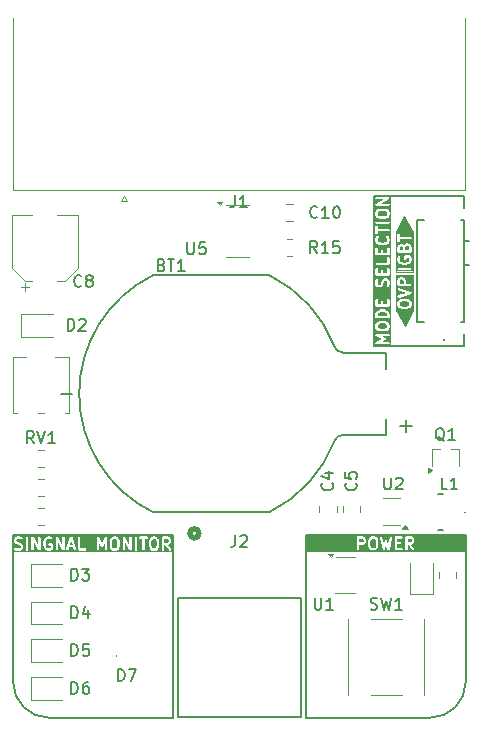
<source format=gbr>
%TF.GenerationSoftware,KiCad,Pcbnew,9.0.4*%
%TF.CreationDate,2025-09-17T11:37:43+01:00*%
%TF.ProjectId,PinCheck-4,50696e43-6865-4636-9b2d-342e6b696361,rev?*%
%TF.SameCoordinates,Original*%
%TF.FileFunction,Legend,Top*%
%TF.FilePolarity,Positive*%
%FSLAX46Y46*%
G04 Gerber Fmt 4.6, Leading zero omitted, Abs format (unit mm)*
G04 Created by KiCad (PCBNEW 9.0.4) date 2025-09-17 11:37:43*
%MOMM*%
%LPD*%
G01*
G04 APERTURE LIST*
%ADD10C,0.150000*%
%ADD11C,0.075000*%
%ADD12C,0.000000*%
%ADD13C,0.200000*%
%ADD14C,0.120000*%
%ADD15C,0.152400*%
%ADD16C,0.508000*%
%ADD17C,0.100000*%
%ADD18C,0.127000*%
G04 APERTURE END LIST*
D10*
X132361320Y-115720000D02*
X132361320Y-128200000D01*
X145891320Y-131200000D02*
X145891320Y-115720000D01*
D11*
X166203080Y-90076832D02*
X164752032Y-90076832D01*
X165429636Y-88746798D01*
X166203080Y-90076832D01*
G36*
X166203080Y-90076832D02*
G01*
X164752032Y-90076832D01*
X165429636Y-88746798D01*
X166203080Y-90076832D01*
G37*
X164752032Y-90076832D02*
X166203080Y-90076832D01*
X166203080Y-93450447D01*
X164752032Y-93450447D01*
X164752032Y-90076832D01*
D10*
X135361320Y-131200000D02*
G75*
G02*
X132361300Y-128200000I-20J3000000D01*
G01*
X167671154Y-131200000D02*
X157141154Y-131200000D01*
X162910000Y-99765000D02*
X170570000Y-99765000D01*
X170671154Y-115720000D02*
X170671154Y-128200000D01*
D11*
X164786508Y-93769554D02*
X166237556Y-93769554D01*
X166237556Y-96703169D01*
X164786508Y-96703169D01*
X164786508Y-93769554D01*
D10*
X170570000Y-88015000D02*
X170570000Y-87015000D01*
X162910000Y-87015000D02*
X162910000Y-99765000D01*
X170671154Y-128200000D02*
G75*
G02*
X167671154Y-131200054I-3000054J0D01*
G01*
D11*
X165559952Y-98033203D02*
X164786508Y-96703169D01*
X166237556Y-96703169D01*
X165559952Y-98033203D01*
G36*
X165559952Y-98033203D02*
G01*
X164786508Y-96703169D01*
X166237556Y-96703169D01*
X165559952Y-98033203D01*
G37*
D10*
X145891320Y-115720000D02*
X132361320Y-115720000D01*
X135361320Y-131200000D02*
X145891320Y-131200000D01*
X170570000Y-99765000D02*
X170570000Y-98765000D01*
X157141154Y-131200000D02*
X157141154Y-115720000D01*
D12*
G36*
X170640211Y-117160000D02*
G01*
X166370211Y-117160000D01*
X166370211Y-115700000D01*
X170640211Y-115700000D01*
X170640211Y-117160000D01*
G37*
D10*
X157141154Y-115720000D02*
X170671154Y-115720000D01*
D12*
G36*
X161230000Y-117130000D02*
G01*
X157130000Y-117130000D01*
X157130000Y-115670000D01*
X161230000Y-115670000D01*
X161230000Y-117130000D01*
G37*
D10*
X162910000Y-87015000D02*
X170570000Y-87015000D01*
D13*
G36*
X141088184Y-116097023D02*
G01*
X141152363Y-116161202D01*
X141190278Y-116312861D01*
X141190278Y-116621575D01*
X141152362Y-116773235D01*
X141088186Y-116837413D01*
X141028576Y-116867219D01*
X140885314Y-116867219D01*
X140825704Y-116837414D01*
X140761527Y-116773236D01*
X140723612Y-116621575D01*
X140723612Y-116312862D01*
X140761527Y-116161202D01*
X140825706Y-116097023D01*
X140885314Y-116067219D01*
X141028576Y-116067219D01*
X141088184Y-116097023D01*
G37*
G36*
X144421517Y-116097023D02*
G01*
X144485696Y-116161202D01*
X144523611Y-116312861D01*
X144523611Y-116621575D01*
X144485695Y-116773235D01*
X144421519Y-116837413D01*
X144361909Y-116867219D01*
X144218647Y-116867219D01*
X144159037Y-116837414D01*
X144094860Y-116773236D01*
X144056945Y-116621575D01*
X144056945Y-116312862D01*
X144094860Y-116161202D01*
X144159039Y-116097023D01*
X144218647Y-116067219D01*
X144361909Y-116067219D01*
X144421517Y-116097023D01*
G37*
G36*
X145469137Y-116097024D02*
G01*
X145493806Y-116121692D01*
X145523611Y-116181302D01*
X145523611Y-116276945D01*
X145493806Y-116336554D01*
X145469137Y-116361222D01*
X145409528Y-116391028D01*
X145152183Y-116391028D01*
X145152183Y-116067219D01*
X145409528Y-116067219D01*
X145469137Y-116097024D01*
G37*
G36*
X137389631Y-116581504D02*
G01*
X137190926Y-116581504D01*
X137290278Y-116283446D01*
X137389631Y-116581504D01*
G37*
G36*
X145834722Y-117178330D02*
G01*
X132317263Y-117178330D01*
X132317263Y-116157695D01*
X132428374Y-116157695D01*
X132428374Y-116252933D01*
X132430295Y-116272442D01*
X132431670Y-116275762D01*
X132431925Y-116279346D01*
X132438931Y-116297654D01*
X132486550Y-116392892D01*
X132491835Y-116401288D01*
X132492846Y-116403728D01*
X132495099Y-116406474D01*
X132496993Y-116409482D01*
X132498987Y-116411211D01*
X132505282Y-116418882D01*
X132552901Y-116466500D01*
X132560567Y-116472792D01*
X132562300Y-116474790D01*
X132565308Y-116476683D01*
X132568054Y-116478937D01*
X132570494Y-116479947D01*
X132578891Y-116485233D01*
X132674128Y-116532852D01*
X132675556Y-116533398D01*
X132676136Y-116533828D01*
X132684312Y-116536749D01*
X132692437Y-116539858D01*
X132693157Y-116539909D01*
X132694596Y-116540423D01*
X132874421Y-116585379D01*
X132945328Y-116620833D01*
X132969997Y-116645501D01*
X132999802Y-116705111D01*
X132999802Y-116753135D01*
X132969997Y-116812743D01*
X132945328Y-116837413D01*
X132885719Y-116867219D01*
X132687457Y-116867219D01*
X132559997Y-116824732D01*
X132540881Y-116820385D01*
X132501961Y-116823151D01*
X132467062Y-116840601D01*
X132441497Y-116870077D01*
X132429159Y-116907093D01*
X132431925Y-116946013D01*
X132449375Y-116980912D01*
X132478851Y-117006477D01*
X132496751Y-117014468D01*
X132639608Y-117062087D01*
X132649280Y-117064286D01*
X132651722Y-117065298D01*
X132655259Y-117065646D01*
X132658723Y-117066434D01*
X132661357Y-117066246D01*
X132671231Y-117067219D01*
X132909326Y-117067219D01*
X132928835Y-117065298D01*
X132932155Y-117063922D01*
X132935739Y-117063668D01*
X132954047Y-117056662D01*
X133049285Y-117009043D01*
X133057680Y-117003758D01*
X133060122Y-117002747D01*
X133062869Y-117000491D01*
X133065875Y-116998600D01*
X133067605Y-116996605D01*
X133075275Y-116990310D01*
X133122894Y-116942690D01*
X133129186Y-116935023D01*
X133131183Y-116933292D01*
X133133076Y-116930284D01*
X133135331Y-116927537D01*
X133136342Y-116925095D01*
X133141626Y-116916701D01*
X133189245Y-116821464D01*
X133196251Y-116803155D01*
X133196505Y-116799571D01*
X133197881Y-116796251D01*
X133199802Y-116776742D01*
X133199802Y-116681504D01*
X133197881Y-116661995D01*
X133196505Y-116658674D01*
X133196251Y-116655091D01*
X133189245Y-116636782D01*
X133141626Y-116541545D01*
X133136340Y-116533148D01*
X133135330Y-116530708D01*
X133133076Y-116527962D01*
X133131183Y-116524954D01*
X133129185Y-116523221D01*
X133122893Y-116515555D01*
X133075275Y-116467936D01*
X133067604Y-116461641D01*
X133065875Y-116459647D01*
X133062867Y-116457753D01*
X133060121Y-116455500D01*
X133057681Y-116454489D01*
X133049285Y-116449204D01*
X132954047Y-116401585D01*
X132952620Y-116401039D01*
X132952040Y-116400609D01*
X132943863Y-116397687D01*
X132935739Y-116394579D01*
X132935016Y-116394527D01*
X132933579Y-116394014D01*
X132753754Y-116349057D01*
X132682847Y-116313604D01*
X132658179Y-116288935D01*
X132628374Y-116229325D01*
X132628374Y-116181302D01*
X132658179Y-116121692D01*
X132682847Y-116097023D01*
X132742457Y-116067219D01*
X132940718Y-116067219D01*
X133068179Y-116109706D01*
X133087294Y-116114053D01*
X133126214Y-116111287D01*
X133161113Y-116093837D01*
X133186678Y-116064361D01*
X133199017Y-116027345D01*
X133196250Y-115988425D01*
X133185647Y-115967219D01*
X133428374Y-115967219D01*
X133428374Y-116967219D01*
X133430295Y-116986728D01*
X133445227Y-117022776D01*
X133472817Y-117050366D01*
X133508865Y-117065298D01*
X133547883Y-117065298D01*
X133583931Y-117050366D01*
X133611521Y-117022776D01*
X133626453Y-116986728D01*
X133628374Y-116967219D01*
X133628374Y-115967219D01*
X133904564Y-115967219D01*
X133904564Y-116967219D01*
X133906485Y-116986728D01*
X133921417Y-117022776D01*
X133949007Y-117050366D01*
X133985055Y-117065298D01*
X134024073Y-117065298D01*
X134060121Y-117050366D01*
X134087711Y-117022776D01*
X134102643Y-116986728D01*
X134104564Y-116967219D01*
X134104564Y-116343775D01*
X134489168Y-117016833D01*
X134492086Y-117020943D01*
X134492845Y-117022776D01*
X134494711Y-117024642D01*
X134500515Y-117032818D01*
X134511031Y-117040962D01*
X134520435Y-117050366D01*
X134526322Y-117052804D01*
X134531364Y-117056709D01*
X134544196Y-117060208D01*
X134556483Y-117065298D01*
X134562859Y-117065298D01*
X134569008Y-117066975D01*
X134582201Y-117065298D01*
X134595501Y-117065298D01*
X134601389Y-117062858D01*
X134607714Y-117062055D01*
X134619263Y-117055454D01*
X134631549Y-117050366D01*
X134636056Y-117045858D01*
X134641591Y-117042696D01*
X134649735Y-117032179D01*
X134659139Y-117022776D01*
X134661577Y-117016888D01*
X134665482Y-117011847D01*
X134668981Y-116999014D01*
X134674071Y-116986728D01*
X134675053Y-116976750D01*
X134675748Y-116974204D01*
X134675497Y-116972236D01*
X134675992Y-116967219D01*
X134675992Y-116395790D01*
X134904564Y-116395790D01*
X134904564Y-116538647D01*
X134904899Y-116542049D01*
X134904682Y-116543508D01*
X134905761Y-116550805D01*
X134906485Y-116558156D01*
X134907049Y-116559519D01*
X134907550Y-116562901D01*
X134955169Y-116753376D01*
X134955682Y-116754813D01*
X134955734Y-116755536D01*
X134958842Y-116763660D01*
X134961764Y-116771837D01*
X134962194Y-116772417D01*
X134962740Y-116773844D01*
X135010359Y-116869082D01*
X135015641Y-116877474D01*
X135016654Y-116879918D01*
X135018910Y-116882667D01*
X135020802Y-116885672D01*
X135022796Y-116887401D01*
X135029091Y-116895071D01*
X135124329Y-116990311D01*
X135139482Y-117002747D01*
X135142801Y-117004122D01*
X135145517Y-117006477D01*
X135163417Y-117014468D01*
X135306274Y-117062087D01*
X135315946Y-117064286D01*
X135318388Y-117065298D01*
X135321925Y-117065646D01*
X135325389Y-117066434D01*
X135328023Y-117066246D01*
X135337897Y-117067219D01*
X135433135Y-117067219D01*
X135443008Y-117066246D01*
X135445642Y-117066434D01*
X135449105Y-117065646D01*
X135452644Y-117065298D01*
X135455086Y-117064286D01*
X135464758Y-117062087D01*
X135607614Y-117014468D01*
X135625515Y-117006477D01*
X135628230Y-117004122D01*
X135631550Y-117002747D01*
X135646703Y-116990310D01*
X135694322Y-116942690D01*
X135706759Y-116927537D01*
X135720206Y-116895071D01*
X135721690Y-116891489D01*
X135723611Y-116871980D01*
X135723611Y-116538647D01*
X135721690Y-116519138D01*
X135706758Y-116483090D01*
X135679168Y-116455500D01*
X135643120Y-116440568D01*
X135623611Y-116438647D01*
X135433135Y-116438647D01*
X135413626Y-116440568D01*
X135377578Y-116455500D01*
X135349988Y-116483090D01*
X135335056Y-116519138D01*
X135335056Y-116558156D01*
X135349988Y-116594204D01*
X135377578Y-116621794D01*
X135413626Y-116636726D01*
X135433135Y-116638647D01*
X135523611Y-116638647D01*
X135523611Y-116830559D01*
X135521972Y-116832197D01*
X135416908Y-116867219D01*
X135354123Y-116867219D01*
X135249058Y-116832197D01*
X135181988Y-116765127D01*
X135146534Y-116694218D01*
X135104564Y-116526337D01*
X135104564Y-116408100D01*
X135146534Y-116240218D01*
X135181987Y-116169312D01*
X135249059Y-116102240D01*
X135354123Y-116067219D01*
X135457147Y-116067219D01*
X135531270Y-116104281D01*
X135549579Y-116111287D01*
X135588499Y-116114053D01*
X135625515Y-116101714D01*
X135654992Y-116076149D01*
X135672441Y-116041251D01*
X135675206Y-116002331D01*
X135663503Y-115967219D01*
X135952183Y-115967219D01*
X135952183Y-116967219D01*
X135954104Y-116986728D01*
X135969036Y-117022776D01*
X135996626Y-117050366D01*
X136032674Y-117065298D01*
X136071692Y-117065298D01*
X136107740Y-117050366D01*
X136135330Y-117022776D01*
X136150262Y-116986728D01*
X136152183Y-116967219D01*
X136152183Y-116343775D01*
X136536787Y-117016833D01*
X136539705Y-117020943D01*
X136540464Y-117022776D01*
X136542330Y-117024642D01*
X136548134Y-117032818D01*
X136558650Y-117040962D01*
X136568054Y-117050366D01*
X136573941Y-117052804D01*
X136578983Y-117056709D01*
X136591815Y-117060208D01*
X136604102Y-117065298D01*
X136610478Y-117065298D01*
X136616627Y-117066975D01*
X136629820Y-117065298D01*
X136643120Y-117065298D01*
X136649008Y-117062858D01*
X136655333Y-117062055D01*
X136666882Y-117055454D01*
X136679168Y-117050366D01*
X136683675Y-117045858D01*
X136689210Y-117042696D01*
X136697354Y-117032179D01*
X136706758Y-117022776D01*
X136709196Y-117016888D01*
X136713101Y-117011847D01*
X136716600Y-116999014D01*
X136721690Y-116986728D01*
X136722672Y-116976750D01*
X136723367Y-116974204D01*
X136723116Y-116972236D01*
X136723611Y-116967219D01*
X136723611Y-116954712D01*
X136857730Y-116954712D01*
X136860496Y-116993632D01*
X136877946Y-117028531D01*
X136907422Y-117054096D01*
X136944438Y-117066434D01*
X136983358Y-117063668D01*
X137018257Y-117046218D01*
X137043822Y-117016742D01*
X137051813Y-116998842D01*
X137124259Y-116781504D01*
X137456297Y-116781504D01*
X137528743Y-116998841D01*
X137536734Y-117016742D01*
X137562299Y-117046218D01*
X137597198Y-117063667D01*
X137636118Y-117066434D01*
X137673134Y-117054095D01*
X137702610Y-117028530D01*
X137720060Y-116993631D01*
X137722826Y-116954711D01*
X137718479Y-116935596D01*
X137395687Y-115967219D01*
X137856945Y-115967219D01*
X137856945Y-116967219D01*
X137858866Y-116986728D01*
X137873798Y-117022776D01*
X137901388Y-117050366D01*
X137937436Y-117065298D01*
X137956945Y-117067219D01*
X138433135Y-117067219D01*
X138452644Y-117065298D01*
X138488692Y-117050366D01*
X138516282Y-117022776D01*
X138531214Y-116986728D01*
X138531214Y-116947710D01*
X138516282Y-116911662D01*
X138488692Y-116884072D01*
X138452644Y-116869140D01*
X138433135Y-116867219D01*
X138056945Y-116867219D01*
X138056945Y-115967219D01*
X139428374Y-115967219D01*
X139428374Y-116967219D01*
X139430295Y-116986728D01*
X139445227Y-117022776D01*
X139472817Y-117050366D01*
X139508865Y-117065298D01*
X139547883Y-117065298D01*
X139583931Y-117050366D01*
X139611521Y-117022776D01*
X139626453Y-116986728D01*
X139628374Y-116967219D01*
X139628374Y-116417975D01*
X139771089Y-116723793D01*
X139775321Y-116730938D01*
X139776201Y-116733356D01*
X139777766Y-116735065D01*
X139781080Y-116740659D01*
X139792290Y-116750925D01*
X139802552Y-116762131D01*
X139806577Y-116764009D01*
X139809855Y-116767011D01*
X139824137Y-116772204D01*
X139837910Y-116778632D01*
X139842349Y-116778827D01*
X139846524Y-116780345D01*
X139861707Y-116779677D01*
X139876890Y-116780345D01*
X139881063Y-116778827D01*
X139885505Y-116778632D01*
X139899289Y-116772199D01*
X139913559Y-116767010D01*
X139916832Y-116764012D01*
X139920862Y-116762132D01*
X139931131Y-116750917D01*
X139942334Y-116740659D01*
X139945645Y-116735068D01*
X139947214Y-116733356D01*
X139948094Y-116730934D01*
X139952325Y-116723793D01*
X140095040Y-116417974D01*
X140095040Y-116967219D01*
X140096961Y-116986728D01*
X140111893Y-117022776D01*
X140139483Y-117050366D01*
X140175531Y-117065298D01*
X140214549Y-117065298D01*
X140250597Y-117050366D01*
X140278187Y-117022776D01*
X140293119Y-116986728D01*
X140295040Y-116967219D01*
X140295040Y-116300552D01*
X140523612Y-116300552D01*
X140523612Y-116633885D01*
X140523947Y-116637287D01*
X140523730Y-116638746D01*
X140524809Y-116646043D01*
X140525533Y-116653394D01*
X140526097Y-116654757D01*
X140526598Y-116658139D01*
X140574217Y-116848614D01*
X140580812Y-116867075D01*
X140585237Y-116873047D01*
X140588083Y-116879918D01*
X140600520Y-116895071D01*
X140695758Y-116990311D01*
X140703426Y-116996604D01*
X140705157Y-116998600D01*
X140708164Y-117000493D01*
X140710911Y-117002747D01*
X140713351Y-117003757D01*
X140721748Y-117009043D01*
X140816985Y-117056662D01*
X140835294Y-117063668D01*
X140838877Y-117063922D01*
X140842198Y-117065298D01*
X140861707Y-117067219D01*
X141052183Y-117067219D01*
X141071692Y-117065298D01*
X141075012Y-117063922D01*
X141078596Y-117063668D01*
X141096904Y-117056662D01*
X141192142Y-117009043D01*
X141200537Y-117003758D01*
X141202979Y-117002747D01*
X141205726Y-117000491D01*
X141208732Y-116998600D01*
X141210462Y-116996605D01*
X141218132Y-116990310D01*
X141313370Y-116895071D01*
X141325807Y-116879918D01*
X141328652Y-116873047D01*
X141333078Y-116867075D01*
X141339673Y-116848615D01*
X141387292Y-116658139D01*
X141387792Y-116654757D01*
X141388357Y-116653394D01*
X141389080Y-116646043D01*
X141390160Y-116638746D01*
X141389942Y-116637287D01*
X141390278Y-116633885D01*
X141390278Y-116300552D01*
X141389942Y-116297149D01*
X141390160Y-116295691D01*
X141389080Y-116288393D01*
X141388357Y-116281043D01*
X141387792Y-116279679D01*
X141387292Y-116276298D01*
X141339673Y-116085822D01*
X141333078Y-116067362D01*
X141328651Y-116061387D01*
X141325806Y-116054519D01*
X141313370Y-116039365D01*
X141241224Y-115967219D01*
X141618850Y-115967219D01*
X141618850Y-116967219D01*
X141620771Y-116986728D01*
X141635703Y-117022776D01*
X141663293Y-117050366D01*
X141699341Y-117065298D01*
X141738359Y-117065298D01*
X141774407Y-117050366D01*
X141801997Y-117022776D01*
X141816929Y-116986728D01*
X141818850Y-116967219D01*
X141818850Y-116343775D01*
X142203454Y-117016833D01*
X142206372Y-117020943D01*
X142207131Y-117022776D01*
X142208997Y-117024642D01*
X142214801Y-117032818D01*
X142225317Y-117040962D01*
X142234721Y-117050366D01*
X142240608Y-117052804D01*
X142245650Y-117056709D01*
X142258482Y-117060208D01*
X142270769Y-117065298D01*
X142277145Y-117065298D01*
X142283294Y-117066975D01*
X142296487Y-117065298D01*
X142309787Y-117065298D01*
X142315675Y-117062858D01*
X142322000Y-117062055D01*
X142333549Y-117055454D01*
X142345835Y-117050366D01*
X142350342Y-117045858D01*
X142355877Y-117042696D01*
X142364021Y-117032179D01*
X142373425Y-117022776D01*
X142375863Y-117016888D01*
X142379768Y-117011847D01*
X142383267Y-116999014D01*
X142388357Y-116986728D01*
X142389339Y-116976750D01*
X142390034Y-116974204D01*
X142389783Y-116972236D01*
X142390278Y-116967219D01*
X142390278Y-115967219D01*
X142666469Y-115967219D01*
X142666469Y-116967219D01*
X142668390Y-116986728D01*
X142683322Y-117022776D01*
X142710912Y-117050366D01*
X142746960Y-117065298D01*
X142785978Y-117065298D01*
X142822026Y-117050366D01*
X142849616Y-117022776D01*
X142864548Y-116986728D01*
X142866469Y-116967219D01*
X142866469Y-115967219D01*
X142864548Y-115947710D01*
X143001723Y-115947710D01*
X143001723Y-115986728D01*
X143016655Y-116022776D01*
X143044245Y-116050366D01*
X143080293Y-116065298D01*
X143099802Y-116067219D01*
X143285516Y-116067219D01*
X143285516Y-116967219D01*
X143287437Y-116986728D01*
X143302369Y-117022776D01*
X143329959Y-117050366D01*
X143366007Y-117065298D01*
X143405025Y-117065298D01*
X143441073Y-117050366D01*
X143468663Y-117022776D01*
X143483595Y-116986728D01*
X143485516Y-116967219D01*
X143485516Y-116300552D01*
X143856945Y-116300552D01*
X143856945Y-116633885D01*
X143857280Y-116637287D01*
X143857063Y-116638746D01*
X143858142Y-116646043D01*
X143858866Y-116653394D01*
X143859430Y-116654757D01*
X143859931Y-116658139D01*
X143907550Y-116848614D01*
X143914145Y-116867075D01*
X143918570Y-116873047D01*
X143921416Y-116879918D01*
X143933853Y-116895071D01*
X144029091Y-116990311D01*
X144036759Y-116996604D01*
X144038490Y-116998600D01*
X144041497Y-117000493D01*
X144044244Y-117002747D01*
X144046684Y-117003757D01*
X144055081Y-117009043D01*
X144150318Y-117056662D01*
X144168627Y-117063668D01*
X144172210Y-117063922D01*
X144175531Y-117065298D01*
X144195040Y-117067219D01*
X144385516Y-117067219D01*
X144405025Y-117065298D01*
X144408345Y-117063922D01*
X144411929Y-117063668D01*
X144430237Y-117056662D01*
X144525475Y-117009043D01*
X144533870Y-117003758D01*
X144536312Y-117002747D01*
X144539059Y-117000491D01*
X144542065Y-116998600D01*
X144543795Y-116996605D01*
X144551465Y-116990310D01*
X144646703Y-116895071D01*
X144659140Y-116879918D01*
X144661985Y-116873047D01*
X144666411Y-116867075D01*
X144673006Y-116848615D01*
X144720625Y-116658139D01*
X144721125Y-116654757D01*
X144721690Y-116653394D01*
X144722413Y-116646043D01*
X144723493Y-116638746D01*
X144723275Y-116637287D01*
X144723611Y-116633885D01*
X144723611Y-116300552D01*
X144723275Y-116297149D01*
X144723493Y-116295691D01*
X144722413Y-116288393D01*
X144721690Y-116281043D01*
X144721125Y-116279679D01*
X144720625Y-116276298D01*
X144673006Y-116085822D01*
X144666411Y-116067362D01*
X144661984Y-116061387D01*
X144659139Y-116054519D01*
X144646703Y-116039365D01*
X144574557Y-115967219D01*
X144952183Y-115967219D01*
X144952183Y-116967219D01*
X144954104Y-116986728D01*
X144969036Y-117022776D01*
X144996626Y-117050366D01*
X145032674Y-117065298D01*
X145071692Y-117065298D01*
X145107740Y-117050366D01*
X145135330Y-117022776D01*
X145150262Y-116986728D01*
X145152183Y-116967219D01*
X145152183Y-116591028D01*
X145238213Y-116591028D01*
X145541688Y-117024565D01*
X145554449Y-117039446D01*
X145587354Y-117060415D01*
X145625779Y-117067196D01*
X145663873Y-117058756D01*
X145695838Y-117036381D01*
X145716807Y-117003476D01*
X145723588Y-116965052D01*
X145715148Y-116926957D01*
X145705534Y-116909873D01*
X145475566Y-116581347D01*
X145477856Y-116580471D01*
X145573094Y-116532852D01*
X145581490Y-116527566D01*
X145583930Y-116526556D01*
X145586676Y-116524302D01*
X145589684Y-116522409D01*
X145591413Y-116520414D01*
X145599084Y-116514120D01*
X145646702Y-116466501D01*
X145652994Y-116458834D01*
X145654992Y-116457102D01*
X145656885Y-116454093D01*
X145659139Y-116451348D01*
X145660149Y-116448907D01*
X145665435Y-116440511D01*
X145713054Y-116345274D01*
X145720060Y-116326965D01*
X145720314Y-116323381D01*
X145721690Y-116320061D01*
X145723611Y-116300552D01*
X145723611Y-116157695D01*
X145721690Y-116138186D01*
X145720314Y-116134865D01*
X145720060Y-116131282D01*
X145713054Y-116112973D01*
X145665435Y-116017736D01*
X145660149Y-116009339D01*
X145659139Y-116006899D01*
X145656885Y-116004153D01*
X145654992Y-116001145D01*
X145652994Y-115999412D01*
X145646702Y-115991746D01*
X145599084Y-115944127D01*
X145591413Y-115937832D01*
X145589684Y-115935838D01*
X145586676Y-115933944D01*
X145583930Y-115931691D01*
X145581490Y-115930680D01*
X145573094Y-115925395D01*
X145477856Y-115877776D01*
X145459548Y-115870770D01*
X145455964Y-115870515D01*
X145452644Y-115869140D01*
X145433135Y-115867219D01*
X145052183Y-115867219D01*
X145032674Y-115869140D01*
X144996626Y-115884072D01*
X144969036Y-115911662D01*
X144954104Y-115947710D01*
X144952183Y-115967219D01*
X144574557Y-115967219D01*
X144551465Y-115944127D01*
X144543794Y-115937832D01*
X144542065Y-115935838D01*
X144539057Y-115933944D01*
X144536311Y-115931691D01*
X144533871Y-115930680D01*
X144525475Y-115925395D01*
X144430237Y-115877776D01*
X144411929Y-115870770D01*
X144408345Y-115870515D01*
X144405025Y-115869140D01*
X144385516Y-115867219D01*
X144195040Y-115867219D01*
X144175531Y-115869140D01*
X144172210Y-115870515D01*
X144168627Y-115870770D01*
X144150318Y-115877776D01*
X144055081Y-115925395D01*
X144046682Y-115930681D01*
X144044245Y-115931691D01*
X144041501Y-115933942D01*
X144038490Y-115935838D01*
X144036757Y-115937835D01*
X144029091Y-115944127D01*
X143933853Y-116039365D01*
X143921417Y-116054519D01*
X143918571Y-116061387D01*
X143914145Y-116067362D01*
X143907550Y-116085823D01*
X143859931Y-116276298D01*
X143859430Y-116279679D01*
X143858866Y-116281043D01*
X143858142Y-116288393D01*
X143857063Y-116295691D01*
X143857280Y-116297149D01*
X143856945Y-116300552D01*
X143485516Y-116300552D01*
X143485516Y-116067219D01*
X143671230Y-116067219D01*
X143690739Y-116065298D01*
X143726787Y-116050366D01*
X143754377Y-116022776D01*
X143769309Y-115986728D01*
X143769309Y-115947710D01*
X143754377Y-115911662D01*
X143726787Y-115884072D01*
X143690739Y-115869140D01*
X143671230Y-115867219D01*
X143099802Y-115867219D01*
X143080293Y-115869140D01*
X143044245Y-115884072D01*
X143016655Y-115911662D01*
X143001723Y-115947710D01*
X142864548Y-115947710D01*
X142849616Y-115911662D01*
X142822026Y-115884072D01*
X142785978Y-115869140D01*
X142746960Y-115869140D01*
X142710912Y-115884072D01*
X142683322Y-115911662D01*
X142668390Y-115947710D01*
X142666469Y-115967219D01*
X142390278Y-115967219D01*
X142388357Y-115947710D01*
X142373425Y-115911662D01*
X142345835Y-115884072D01*
X142309787Y-115869140D01*
X142270769Y-115869140D01*
X142234721Y-115884072D01*
X142207131Y-115911662D01*
X142192199Y-115947710D01*
X142190278Y-115967219D01*
X142190278Y-116590662D01*
X141805674Y-115917605D01*
X141802755Y-115913494D01*
X141801997Y-115911662D01*
X141800130Y-115909795D01*
X141794327Y-115901620D01*
X141783812Y-115893477D01*
X141774407Y-115884072D01*
X141768516Y-115881632D01*
X141763478Y-115877730D01*
X141750649Y-115874231D01*
X141738359Y-115869140D01*
X141731984Y-115869140D01*
X141725835Y-115867463D01*
X141712642Y-115869140D01*
X141699341Y-115869140D01*
X141693452Y-115871579D01*
X141687128Y-115872383D01*
X141675578Y-115878983D01*
X141663293Y-115884072D01*
X141658785Y-115888579D01*
X141653251Y-115891742D01*
X141645108Y-115902256D01*
X141635703Y-115911662D01*
X141633263Y-115917552D01*
X141629361Y-115922591D01*
X141625862Y-115935419D01*
X141620771Y-115947710D01*
X141619788Y-115957687D01*
X141619094Y-115960234D01*
X141619344Y-115962201D01*
X141618850Y-115967219D01*
X141241224Y-115967219D01*
X141218132Y-115944127D01*
X141210461Y-115937832D01*
X141208732Y-115935838D01*
X141205724Y-115933944D01*
X141202978Y-115931691D01*
X141200538Y-115930680D01*
X141192142Y-115925395D01*
X141096904Y-115877776D01*
X141078596Y-115870770D01*
X141075012Y-115870515D01*
X141071692Y-115869140D01*
X141052183Y-115867219D01*
X140861707Y-115867219D01*
X140842198Y-115869140D01*
X140838877Y-115870515D01*
X140835294Y-115870770D01*
X140816985Y-115877776D01*
X140721748Y-115925395D01*
X140713349Y-115930681D01*
X140710912Y-115931691D01*
X140708168Y-115933942D01*
X140705157Y-115935838D01*
X140703424Y-115937835D01*
X140695758Y-115944127D01*
X140600520Y-116039365D01*
X140588084Y-116054519D01*
X140585238Y-116061387D01*
X140580812Y-116067362D01*
X140574217Y-116085823D01*
X140526598Y-116276298D01*
X140526097Y-116279679D01*
X140525533Y-116281043D01*
X140524809Y-116288393D01*
X140523730Y-116295691D01*
X140523947Y-116297149D01*
X140523612Y-116300552D01*
X140295040Y-116300552D01*
X140295040Y-115967219D01*
X140293777Y-115954395D01*
X140293881Y-115952036D01*
X140293420Y-115950768D01*
X140293119Y-115947710D01*
X140286478Y-115931679D01*
X140280547Y-115915367D01*
X140279040Y-115913721D01*
X140278187Y-115911662D01*
X140265925Y-115899400D01*
X140254195Y-115886591D01*
X140252171Y-115885646D01*
X140250597Y-115884072D01*
X140234581Y-115877437D01*
X140218838Y-115870091D01*
X140216608Y-115869993D01*
X140214549Y-115869140D01*
X140197197Y-115869140D01*
X140179857Y-115868378D01*
X140177761Y-115869140D01*
X140175531Y-115869140D01*
X140159500Y-115875780D01*
X140143188Y-115881712D01*
X140141542Y-115883218D01*
X140139483Y-115884072D01*
X140127215Y-115896339D01*
X140114413Y-115908064D01*
X140112846Y-115910708D01*
X140111893Y-115911662D01*
X140110989Y-115913843D01*
X140104422Y-115924930D01*
X139861706Y-116445033D01*
X139618992Y-115924930D01*
X139612424Y-115913843D01*
X139611521Y-115911662D01*
X139610567Y-115910708D01*
X139609001Y-115908064D01*
X139596204Y-115896345D01*
X139583931Y-115884072D01*
X139581869Y-115883218D01*
X139580226Y-115881713D01*
X139563924Y-115875784D01*
X139547883Y-115869140D01*
X139545652Y-115869140D01*
X139543557Y-115868378D01*
X139526217Y-115869140D01*
X139508865Y-115869140D01*
X139506805Y-115869993D01*
X139504577Y-115870091D01*
X139488846Y-115877432D01*
X139472817Y-115884072D01*
X139471240Y-115885648D01*
X139469219Y-115886592D01*
X139457500Y-115899388D01*
X139445227Y-115911662D01*
X139444373Y-115913723D01*
X139442868Y-115915367D01*
X139436939Y-115931668D01*
X139430295Y-115947710D01*
X139429993Y-115950768D01*
X139429533Y-115952036D01*
X139429636Y-115954395D01*
X139428374Y-115967219D01*
X138056945Y-115967219D01*
X138055024Y-115947710D01*
X138040092Y-115911662D01*
X138012502Y-115884072D01*
X137976454Y-115869140D01*
X137937436Y-115869140D01*
X137901388Y-115884072D01*
X137873798Y-115911662D01*
X137858866Y-115947710D01*
X137856945Y-115967219D01*
X137395687Y-115967219D01*
X137385146Y-115935596D01*
X137377155Y-115917696D01*
X137372470Y-115912294D01*
X137369277Y-115905908D01*
X137359808Y-115897695D01*
X137351590Y-115888220D01*
X137345198Y-115885023D01*
X137339801Y-115880343D01*
X137327907Y-115876378D01*
X137316691Y-115870770D01*
X137309563Y-115870263D01*
X137302785Y-115868004D01*
X137290280Y-115868893D01*
X137277771Y-115868004D01*
X137270989Y-115870264D01*
X137263865Y-115870771D01*
X137252656Y-115876374D01*
X137240755Y-115880342D01*
X137235354Y-115885025D01*
X137228966Y-115888220D01*
X137220750Y-115897691D01*
X137211279Y-115905907D01*
X137208084Y-115912296D01*
X137203401Y-115917696D01*
X137195410Y-115935597D01*
X136862077Y-116935596D01*
X136857730Y-116954712D01*
X136723611Y-116954712D01*
X136723611Y-115967219D01*
X136721690Y-115947710D01*
X136706758Y-115911662D01*
X136679168Y-115884072D01*
X136643120Y-115869140D01*
X136604102Y-115869140D01*
X136568054Y-115884072D01*
X136540464Y-115911662D01*
X136525532Y-115947710D01*
X136523611Y-115967219D01*
X136523611Y-116590662D01*
X136139007Y-115917605D01*
X136136088Y-115913494D01*
X136135330Y-115911662D01*
X136133463Y-115909795D01*
X136127660Y-115901620D01*
X136117145Y-115893477D01*
X136107740Y-115884072D01*
X136101849Y-115881632D01*
X136096811Y-115877730D01*
X136083982Y-115874231D01*
X136071692Y-115869140D01*
X136065317Y-115869140D01*
X136059168Y-115867463D01*
X136045975Y-115869140D01*
X136032674Y-115869140D01*
X136026785Y-115871579D01*
X136020461Y-115872383D01*
X136008911Y-115878983D01*
X135996626Y-115884072D01*
X135992118Y-115888579D01*
X135986584Y-115891742D01*
X135978441Y-115902256D01*
X135969036Y-115911662D01*
X135966596Y-115917552D01*
X135962694Y-115922591D01*
X135959195Y-115935419D01*
X135954104Y-115947710D01*
X135953121Y-115957687D01*
X135952427Y-115960234D01*
X135952677Y-115962201D01*
X135952183Y-115967219D01*
X135663503Y-115967219D01*
X135662868Y-115965315D01*
X135637303Y-115935838D01*
X135620713Y-115925395D01*
X135525475Y-115877776D01*
X135507167Y-115870770D01*
X135503583Y-115870515D01*
X135500263Y-115869140D01*
X135480754Y-115867219D01*
X135337897Y-115867219D01*
X135328023Y-115868191D01*
X135325389Y-115868004D01*
X135321925Y-115868791D01*
X135318388Y-115869140D01*
X135315946Y-115870151D01*
X135306274Y-115872351D01*
X135163417Y-115919970D01*
X135145517Y-115927961D01*
X135142801Y-115930316D01*
X135139483Y-115931691D01*
X135124329Y-115944127D01*
X135029091Y-116039365D01*
X135022796Y-116047035D01*
X135020802Y-116048765D01*
X135018908Y-116051772D01*
X135016655Y-116054519D01*
X135015644Y-116056958D01*
X135010359Y-116065355D01*
X134962740Y-116160593D01*
X134962194Y-116162019D01*
X134961764Y-116162600D01*
X134958842Y-116170776D01*
X134955734Y-116178901D01*
X134955682Y-116179623D01*
X134955169Y-116181061D01*
X134907550Y-116371536D01*
X134907049Y-116374917D01*
X134906485Y-116376281D01*
X134905761Y-116383631D01*
X134904682Y-116390929D01*
X134904899Y-116392387D01*
X134904564Y-116395790D01*
X134675992Y-116395790D01*
X134675992Y-115967219D01*
X134674071Y-115947710D01*
X134659139Y-115911662D01*
X134631549Y-115884072D01*
X134595501Y-115869140D01*
X134556483Y-115869140D01*
X134520435Y-115884072D01*
X134492845Y-115911662D01*
X134477913Y-115947710D01*
X134475992Y-115967219D01*
X134475992Y-116590662D01*
X134091388Y-115917605D01*
X134088469Y-115913494D01*
X134087711Y-115911662D01*
X134085844Y-115909795D01*
X134080041Y-115901620D01*
X134069526Y-115893477D01*
X134060121Y-115884072D01*
X134054230Y-115881632D01*
X134049192Y-115877730D01*
X134036363Y-115874231D01*
X134024073Y-115869140D01*
X134017698Y-115869140D01*
X134011549Y-115867463D01*
X133998356Y-115869140D01*
X133985055Y-115869140D01*
X133979166Y-115871579D01*
X133972842Y-115872383D01*
X133961292Y-115878983D01*
X133949007Y-115884072D01*
X133944499Y-115888579D01*
X133938965Y-115891742D01*
X133930822Y-115902256D01*
X133921417Y-115911662D01*
X133918977Y-115917552D01*
X133915075Y-115922591D01*
X133911576Y-115935419D01*
X133906485Y-115947710D01*
X133905502Y-115957687D01*
X133904808Y-115960234D01*
X133905058Y-115962201D01*
X133904564Y-115967219D01*
X133628374Y-115967219D01*
X133626453Y-115947710D01*
X133611521Y-115911662D01*
X133583931Y-115884072D01*
X133547883Y-115869140D01*
X133508865Y-115869140D01*
X133472817Y-115884072D01*
X133445227Y-115911662D01*
X133430295Y-115947710D01*
X133428374Y-115967219D01*
X133185647Y-115967219D01*
X133178801Y-115953526D01*
X133149325Y-115927961D01*
X133131424Y-115919970D01*
X132988568Y-115872351D01*
X132978896Y-115870151D01*
X132976454Y-115869140D01*
X132972915Y-115868791D01*
X132969452Y-115868004D01*
X132966818Y-115868191D01*
X132956945Y-115867219D01*
X132718850Y-115867219D01*
X132699341Y-115869140D01*
X132696020Y-115870515D01*
X132692437Y-115870770D01*
X132674128Y-115877776D01*
X132578891Y-115925395D01*
X132570494Y-115930680D01*
X132568054Y-115931691D01*
X132565308Y-115933944D01*
X132562300Y-115935838D01*
X132560567Y-115937835D01*
X132552901Y-115944128D01*
X132505282Y-115991746D01*
X132498987Y-115999416D01*
X132496993Y-116001146D01*
X132495099Y-116004153D01*
X132492846Y-116006900D01*
X132491835Y-116009339D01*
X132486550Y-116017736D01*
X132438931Y-116112974D01*
X132431925Y-116131282D01*
X132431670Y-116134865D01*
X132430295Y-116138186D01*
X132428374Y-116157695D01*
X132317263Y-116157695D01*
X132317263Y-115756108D01*
X145834722Y-115756108D01*
X145834722Y-117178330D01*
G37*
G36*
X162978255Y-116077023D02*
G01*
X163042434Y-116141202D01*
X163080349Y-116292861D01*
X163080349Y-116601575D01*
X163042433Y-116753235D01*
X162978257Y-116817413D01*
X162918647Y-116847219D01*
X162775385Y-116847219D01*
X162715775Y-116817414D01*
X162651598Y-116753236D01*
X162613683Y-116601575D01*
X162613683Y-116292862D01*
X162651598Y-116141202D01*
X162715777Y-116077023D01*
X162775385Y-116047219D01*
X162918647Y-116047219D01*
X162978255Y-116077023D01*
G37*
G36*
X166073494Y-116077024D02*
G01*
X166098163Y-116101692D01*
X166127968Y-116161302D01*
X166127968Y-116256945D01*
X166098163Y-116316554D01*
X166073494Y-116341222D01*
X166013885Y-116371028D01*
X165756540Y-116371028D01*
X165756540Y-116047219D01*
X166013885Y-116047219D01*
X166073494Y-116077024D01*
G37*
G36*
X161978256Y-116077024D02*
G01*
X162002925Y-116101692D01*
X162032730Y-116161302D01*
X162032730Y-116256945D01*
X162002925Y-116316554D01*
X161978256Y-116341222D01*
X161918647Y-116371028D01*
X161661302Y-116371028D01*
X161661302Y-116047219D01*
X161918647Y-116047219D01*
X161978256Y-116077024D01*
G37*
G36*
X170722869Y-117158330D02*
G01*
X157161637Y-117158330D01*
X157161637Y-116880091D01*
X159701319Y-116880091D01*
X159701319Y-116919109D01*
X159703369Y-116924057D01*
X159716251Y-116955158D01*
X159716255Y-116955162D01*
X159728687Y-116970311D01*
X159776306Y-117017929D01*
X159791459Y-117030366D01*
X159800462Y-117034095D01*
X159827508Y-117045298D01*
X159866526Y-117045298D01*
X159902574Y-117030366D01*
X159917728Y-117017930D01*
X159965346Y-116970311D01*
X159977783Y-116955158D01*
X159983731Y-116940798D01*
X159992714Y-116919110D01*
X159992715Y-116880092D01*
X159977784Y-116844043D01*
X159965347Y-116828890D01*
X159917728Y-116781270D01*
X159902575Y-116768833D01*
X159887643Y-116762648D01*
X159866526Y-116753901D01*
X159827508Y-116753901D01*
X159816950Y-116758274D01*
X159791460Y-116768832D01*
X159791459Y-116768833D01*
X159776305Y-116781270D01*
X159728687Y-116828890D01*
X159716250Y-116844043D01*
X159712963Y-116851980D01*
X159701319Y-116880091D01*
X157161637Y-116880091D01*
X157161637Y-116546757D01*
X157272748Y-116546757D01*
X157272748Y-116585775D01*
X157287680Y-116621823D01*
X157315270Y-116649413D01*
X157351318Y-116664345D01*
X157370827Y-116666266D01*
X158132732Y-116666266D01*
X158152241Y-116664345D01*
X158188289Y-116649413D01*
X158215879Y-116621823D01*
X158230811Y-116585775D01*
X158230811Y-116546757D01*
X158510843Y-116546757D01*
X158510843Y-116585775D01*
X158525775Y-116621823D01*
X158553365Y-116649413D01*
X158589413Y-116664345D01*
X158608922Y-116666266D01*
X159370827Y-116666266D01*
X159390336Y-116664345D01*
X159426384Y-116649413D01*
X159453974Y-116621823D01*
X159468906Y-116585775D01*
X159468906Y-116546757D01*
X160225128Y-116546757D01*
X160225128Y-116585775D01*
X160240060Y-116621823D01*
X160267650Y-116649413D01*
X160303698Y-116664345D01*
X160323207Y-116666266D01*
X161085112Y-116666266D01*
X161104621Y-116664345D01*
X161140669Y-116649413D01*
X161168259Y-116621823D01*
X161183191Y-116585775D01*
X161183191Y-116546757D01*
X161168259Y-116510709D01*
X161140669Y-116483119D01*
X161104621Y-116468187D01*
X161085112Y-116466266D01*
X160323207Y-116466266D01*
X160303698Y-116468187D01*
X160267650Y-116483119D01*
X160240060Y-116510709D01*
X160225128Y-116546757D01*
X159468906Y-116546757D01*
X159453974Y-116510709D01*
X159426384Y-116483119D01*
X159390336Y-116468187D01*
X159370827Y-116466266D01*
X158608922Y-116466266D01*
X158589413Y-116468187D01*
X158553365Y-116483119D01*
X158525775Y-116510709D01*
X158510843Y-116546757D01*
X158230811Y-116546757D01*
X158215879Y-116510709D01*
X158188289Y-116483119D01*
X158152241Y-116468187D01*
X158132732Y-116466266D01*
X157370827Y-116466266D01*
X157351318Y-116468187D01*
X157315270Y-116483119D01*
X157287680Y-116510709D01*
X157272748Y-116546757D01*
X157161637Y-116546757D01*
X157161637Y-115947219D01*
X161461302Y-115947219D01*
X161461302Y-116947219D01*
X161463223Y-116966728D01*
X161478155Y-117002776D01*
X161505745Y-117030366D01*
X161541793Y-117045298D01*
X161580811Y-117045298D01*
X161616859Y-117030366D01*
X161644449Y-117002776D01*
X161659381Y-116966728D01*
X161661302Y-116947219D01*
X161661302Y-116571028D01*
X161942254Y-116571028D01*
X161961763Y-116569107D01*
X161965083Y-116567731D01*
X161968667Y-116567477D01*
X161986975Y-116560471D01*
X162082213Y-116512852D01*
X162090609Y-116507566D01*
X162093049Y-116506556D01*
X162095795Y-116504302D01*
X162098803Y-116502409D01*
X162100532Y-116500414D01*
X162108203Y-116494120D01*
X162155821Y-116446501D01*
X162162113Y-116438834D01*
X162164111Y-116437102D01*
X162166004Y-116434093D01*
X162168258Y-116431348D01*
X162169268Y-116428907D01*
X162174554Y-116420511D01*
X162222173Y-116325274D01*
X162229179Y-116306965D01*
X162229433Y-116303381D01*
X162230809Y-116300061D01*
X162232730Y-116280552D01*
X162413683Y-116280552D01*
X162413683Y-116613885D01*
X162414018Y-116617287D01*
X162413801Y-116618746D01*
X162414880Y-116626043D01*
X162415604Y-116633394D01*
X162416168Y-116634757D01*
X162416669Y-116638139D01*
X162464288Y-116828614D01*
X162470883Y-116847075D01*
X162475308Y-116853047D01*
X162478154Y-116859918D01*
X162490591Y-116875071D01*
X162585829Y-116970311D01*
X162593497Y-116976604D01*
X162595228Y-116978600D01*
X162598235Y-116980493D01*
X162600982Y-116982747D01*
X162603422Y-116983757D01*
X162611819Y-116989043D01*
X162707056Y-117036662D01*
X162725365Y-117043668D01*
X162728948Y-117043922D01*
X162732269Y-117045298D01*
X162751778Y-117047219D01*
X162942254Y-117047219D01*
X162961763Y-117045298D01*
X162965083Y-117043922D01*
X162968667Y-117043668D01*
X162986975Y-117036662D01*
X163082213Y-116989043D01*
X163090608Y-116983758D01*
X163093050Y-116982747D01*
X163095797Y-116980491D01*
X163098803Y-116978600D01*
X163100533Y-116976605D01*
X163108203Y-116970310D01*
X163203441Y-116875071D01*
X163215878Y-116859918D01*
X163218723Y-116853047D01*
X163223149Y-116847075D01*
X163229744Y-116828615D01*
X163277363Y-116638139D01*
X163277863Y-116634757D01*
X163278428Y-116633394D01*
X163279151Y-116626043D01*
X163280231Y-116618746D01*
X163280013Y-116617287D01*
X163280349Y-116613885D01*
X163280349Y-116280552D01*
X163280013Y-116277149D01*
X163280231Y-116275691D01*
X163279151Y-116268393D01*
X163278428Y-116261043D01*
X163277863Y-116259679D01*
X163277363Y-116256298D01*
X163229744Y-116065822D01*
X163223149Y-116047362D01*
X163218722Y-116041387D01*
X163215877Y-116034519D01*
X163203441Y-116019365D01*
X163135034Y-115950958D01*
X163413752Y-115950958D01*
X163416402Y-115970381D01*
X163654497Y-116970381D01*
X163656805Y-116977078D01*
X163657124Y-116979476D01*
X163658378Y-116981643D01*
X163660885Y-116988915D01*
X163669400Y-117000681D01*
X163676673Y-117013244D01*
X163680750Y-117016364D01*
X163683760Y-117020524D01*
X163696122Y-117028131D01*
X163707656Y-117036960D01*
X163712619Y-117038283D01*
X163716990Y-117040973D01*
X163731324Y-117043271D01*
X163745357Y-117047013D01*
X163750445Y-117046336D01*
X163755517Y-117047150D01*
X163769651Y-117043784D01*
X163784035Y-117041873D01*
X163788475Y-117039302D01*
X163793474Y-117038112D01*
X163805240Y-117029596D01*
X163817803Y-117022324D01*
X163820923Y-117018246D01*
X163825083Y-117015237D01*
X163832690Y-117002874D01*
X163841519Y-116991341D01*
X163844218Y-116984140D01*
X163845532Y-116982007D01*
X163845915Y-116979616D01*
X163848402Y-116972985D01*
X163942254Y-116621038D01*
X164036107Y-116972986D01*
X164038592Y-116979615D01*
X164038976Y-116982007D01*
X164040289Y-116984141D01*
X164042989Y-116991341D01*
X164051817Y-117002874D01*
X164059425Y-117015237D01*
X164063584Y-117018246D01*
X164066705Y-117022324D01*
X164079269Y-117029598D01*
X164091034Y-117038112D01*
X164096029Y-117039301D01*
X164100473Y-117041874D01*
X164114862Y-117043785D01*
X164128991Y-117047150D01*
X164134062Y-117046336D01*
X164139151Y-117047013D01*
X164153183Y-117043271D01*
X164167518Y-117040973D01*
X164171888Y-117038283D01*
X164176852Y-117036960D01*
X164188385Y-117028131D01*
X164200748Y-117020524D01*
X164203757Y-117016364D01*
X164207835Y-117013244D01*
X164215110Y-117000677D01*
X164223623Y-116988915D01*
X164226127Y-116981649D01*
X164227385Y-116979477D01*
X164227704Y-116977073D01*
X164230011Y-116970381D01*
X164468107Y-115970381D01*
X164470757Y-115950958D01*
X164470158Y-115947219D01*
X164651778Y-115947219D01*
X164651778Y-116947219D01*
X164653699Y-116966728D01*
X164668631Y-117002776D01*
X164696221Y-117030366D01*
X164732269Y-117045298D01*
X164751778Y-117047219D01*
X165227968Y-117047219D01*
X165247477Y-117045298D01*
X165283525Y-117030366D01*
X165311115Y-117002776D01*
X165326047Y-116966728D01*
X165326047Y-116927710D01*
X165311115Y-116891662D01*
X165283525Y-116864072D01*
X165247477Y-116849140D01*
X165227968Y-116847219D01*
X164851778Y-116847219D01*
X164851778Y-116523409D01*
X165085111Y-116523409D01*
X165104620Y-116521488D01*
X165140668Y-116506556D01*
X165168258Y-116478966D01*
X165183190Y-116442918D01*
X165183190Y-116403900D01*
X165168258Y-116367852D01*
X165140668Y-116340262D01*
X165104620Y-116325330D01*
X165085111Y-116323409D01*
X164851778Y-116323409D01*
X164851778Y-116047219D01*
X165227968Y-116047219D01*
X165247477Y-116045298D01*
X165283525Y-116030366D01*
X165311115Y-116002776D01*
X165326047Y-115966728D01*
X165326047Y-115947219D01*
X165556540Y-115947219D01*
X165556540Y-116947219D01*
X165558461Y-116966728D01*
X165573393Y-117002776D01*
X165600983Y-117030366D01*
X165637031Y-117045298D01*
X165676049Y-117045298D01*
X165712097Y-117030366D01*
X165739687Y-117002776D01*
X165754619Y-116966728D01*
X165756540Y-116947219D01*
X165756540Y-116571028D01*
X165842570Y-116571028D01*
X166146045Y-117004565D01*
X166158806Y-117019446D01*
X166191711Y-117040415D01*
X166230136Y-117047196D01*
X166268230Y-117038756D01*
X166300195Y-117016381D01*
X166321164Y-116983476D01*
X166327945Y-116945052D01*
X166319505Y-116906957D01*
X166309891Y-116889873D01*
X166303044Y-116880091D01*
X166510842Y-116880091D01*
X166510842Y-116919109D01*
X166512892Y-116924057D01*
X166525774Y-116955158D01*
X166525778Y-116955162D01*
X166538210Y-116970311D01*
X166585829Y-117017929D01*
X166600982Y-117030366D01*
X166609985Y-117034095D01*
X166637031Y-117045298D01*
X166676049Y-117045298D01*
X166712097Y-117030366D01*
X166727251Y-117017930D01*
X166774869Y-116970311D01*
X166787306Y-116955158D01*
X166793254Y-116940798D01*
X166802237Y-116919110D01*
X166802238Y-116880092D01*
X166802238Y-116880091D01*
X166987032Y-116880091D01*
X166987032Y-116919109D01*
X166989082Y-116924057D01*
X167001964Y-116955158D01*
X167001968Y-116955162D01*
X167014400Y-116970311D01*
X167062019Y-117017929D01*
X167077172Y-117030366D01*
X167086175Y-117034095D01*
X167113221Y-117045298D01*
X167152239Y-117045298D01*
X167188287Y-117030366D01*
X167203441Y-117017930D01*
X167251059Y-116970311D01*
X167263496Y-116955158D01*
X167269444Y-116940798D01*
X167278427Y-116919110D01*
X167278428Y-116880092D01*
X167278428Y-116880091D01*
X167463222Y-116880091D01*
X167463222Y-116919109D01*
X167465272Y-116924057D01*
X167478154Y-116955158D01*
X167478158Y-116955162D01*
X167490590Y-116970311D01*
X167538209Y-117017929D01*
X167553362Y-117030366D01*
X167562365Y-117034095D01*
X167589411Y-117045298D01*
X167628429Y-117045298D01*
X167664477Y-117030366D01*
X167679631Y-117017930D01*
X167727249Y-116970311D01*
X167739686Y-116955158D01*
X167745634Y-116940798D01*
X167754617Y-116919110D01*
X167754618Y-116880092D01*
X167754618Y-116880091D01*
X167939412Y-116880091D01*
X167939412Y-116919109D01*
X167941462Y-116924057D01*
X167954344Y-116955158D01*
X167954348Y-116955162D01*
X167966780Y-116970311D01*
X168014399Y-117017929D01*
X168029552Y-117030366D01*
X168038555Y-117034095D01*
X168065601Y-117045298D01*
X168104619Y-117045298D01*
X168140667Y-117030366D01*
X168155821Y-117017930D01*
X168203439Y-116970311D01*
X168215876Y-116955158D01*
X168221824Y-116940798D01*
X168230807Y-116919110D01*
X168230808Y-116880092D01*
X168230808Y-116880091D01*
X168415602Y-116880091D01*
X168415602Y-116919109D01*
X168417652Y-116924057D01*
X168430534Y-116955158D01*
X168430538Y-116955162D01*
X168442970Y-116970311D01*
X168490589Y-117017929D01*
X168505742Y-117030366D01*
X168514745Y-117034095D01*
X168541791Y-117045298D01*
X168580809Y-117045298D01*
X168616857Y-117030366D01*
X168632011Y-117017930D01*
X168679629Y-116970311D01*
X168692066Y-116955158D01*
X168698014Y-116940798D01*
X168706997Y-116919110D01*
X168706998Y-116880092D01*
X168706998Y-116880091D01*
X168891792Y-116880091D01*
X168891792Y-116919109D01*
X168893842Y-116924057D01*
X168906724Y-116955158D01*
X168906728Y-116955162D01*
X168919160Y-116970311D01*
X168966779Y-117017929D01*
X168981932Y-117030366D01*
X168990935Y-117034095D01*
X169017981Y-117045298D01*
X169056999Y-117045298D01*
X169093047Y-117030366D01*
X169108201Y-117017930D01*
X169155819Y-116970311D01*
X169168256Y-116955158D01*
X169174204Y-116940798D01*
X169183187Y-116919110D01*
X169183188Y-116880092D01*
X169183188Y-116880091D01*
X169367982Y-116880091D01*
X169367982Y-116919109D01*
X169370032Y-116924057D01*
X169382914Y-116955158D01*
X169382918Y-116955162D01*
X169395350Y-116970311D01*
X169442969Y-117017929D01*
X169458122Y-117030366D01*
X169467125Y-117034095D01*
X169494171Y-117045298D01*
X169533189Y-117045298D01*
X169569237Y-117030366D01*
X169584391Y-117017930D01*
X169632009Y-116970311D01*
X169644446Y-116955158D01*
X169650394Y-116940798D01*
X169659377Y-116919110D01*
X169659378Y-116880092D01*
X169659378Y-116880091D01*
X169844172Y-116880091D01*
X169844172Y-116919109D01*
X169846222Y-116924057D01*
X169859104Y-116955158D01*
X169859108Y-116955162D01*
X169871540Y-116970311D01*
X169919159Y-117017929D01*
X169934312Y-117030366D01*
X169943315Y-117034095D01*
X169970361Y-117045298D01*
X170009379Y-117045298D01*
X170045427Y-117030366D01*
X170060581Y-117017930D01*
X170108199Y-116970311D01*
X170120636Y-116955158D01*
X170126584Y-116940798D01*
X170135567Y-116919110D01*
X170135568Y-116880092D01*
X170135568Y-116880091D01*
X170320362Y-116880091D01*
X170320362Y-116919109D01*
X170322412Y-116924057D01*
X170335294Y-116955158D01*
X170335298Y-116955162D01*
X170347730Y-116970311D01*
X170395349Y-117017929D01*
X170410502Y-117030366D01*
X170419505Y-117034095D01*
X170446551Y-117045298D01*
X170485569Y-117045298D01*
X170521617Y-117030366D01*
X170536771Y-117017930D01*
X170584389Y-116970311D01*
X170596826Y-116955158D01*
X170602774Y-116940798D01*
X170611757Y-116919110D01*
X170611758Y-116880092D01*
X170596827Y-116844043D01*
X170584390Y-116828890D01*
X170536771Y-116781270D01*
X170521618Y-116768833D01*
X170506686Y-116762648D01*
X170485569Y-116753901D01*
X170446551Y-116753901D01*
X170435993Y-116758274D01*
X170410503Y-116768832D01*
X170410502Y-116768833D01*
X170395348Y-116781270D01*
X170347730Y-116828890D01*
X170335293Y-116844043D01*
X170332006Y-116851980D01*
X170320362Y-116880091D01*
X170135568Y-116880091D01*
X170120637Y-116844043D01*
X170108200Y-116828890D01*
X170060581Y-116781270D01*
X170045428Y-116768833D01*
X170030496Y-116762648D01*
X170009379Y-116753901D01*
X169970361Y-116753901D01*
X169959803Y-116758274D01*
X169934313Y-116768832D01*
X169934312Y-116768833D01*
X169919158Y-116781270D01*
X169871540Y-116828890D01*
X169859103Y-116844043D01*
X169855816Y-116851980D01*
X169844172Y-116880091D01*
X169659378Y-116880091D01*
X169644447Y-116844043D01*
X169632010Y-116828890D01*
X169584391Y-116781270D01*
X169569238Y-116768833D01*
X169554306Y-116762648D01*
X169533189Y-116753901D01*
X169494171Y-116753901D01*
X169483613Y-116758274D01*
X169458123Y-116768832D01*
X169458122Y-116768833D01*
X169442968Y-116781270D01*
X169395350Y-116828890D01*
X169382913Y-116844043D01*
X169379626Y-116851980D01*
X169367982Y-116880091D01*
X169183188Y-116880091D01*
X169168257Y-116844043D01*
X169155820Y-116828890D01*
X169108201Y-116781270D01*
X169093048Y-116768833D01*
X169078116Y-116762648D01*
X169056999Y-116753901D01*
X169017981Y-116753901D01*
X169007423Y-116758274D01*
X168981933Y-116768832D01*
X168981932Y-116768833D01*
X168966778Y-116781270D01*
X168919160Y-116828890D01*
X168906723Y-116844043D01*
X168903436Y-116851980D01*
X168891792Y-116880091D01*
X168706998Y-116880091D01*
X168692067Y-116844043D01*
X168679630Y-116828890D01*
X168632011Y-116781270D01*
X168616858Y-116768833D01*
X168601926Y-116762648D01*
X168580809Y-116753901D01*
X168541791Y-116753901D01*
X168531233Y-116758274D01*
X168505743Y-116768832D01*
X168505742Y-116768833D01*
X168490588Y-116781270D01*
X168442970Y-116828890D01*
X168430533Y-116844043D01*
X168427246Y-116851980D01*
X168415602Y-116880091D01*
X168230808Y-116880091D01*
X168215877Y-116844043D01*
X168203440Y-116828890D01*
X168155821Y-116781270D01*
X168140668Y-116768833D01*
X168125736Y-116762648D01*
X168104619Y-116753901D01*
X168065601Y-116753901D01*
X168055043Y-116758274D01*
X168029553Y-116768832D01*
X168029552Y-116768833D01*
X168014398Y-116781270D01*
X167966780Y-116828890D01*
X167954343Y-116844043D01*
X167951056Y-116851980D01*
X167939412Y-116880091D01*
X167754618Y-116880091D01*
X167739687Y-116844043D01*
X167727250Y-116828890D01*
X167679631Y-116781270D01*
X167664478Y-116768833D01*
X167649546Y-116762648D01*
X167628429Y-116753901D01*
X167589411Y-116753901D01*
X167578853Y-116758274D01*
X167553363Y-116768832D01*
X167553362Y-116768833D01*
X167538208Y-116781270D01*
X167490590Y-116828890D01*
X167478153Y-116844043D01*
X167474866Y-116851980D01*
X167463222Y-116880091D01*
X167278428Y-116880091D01*
X167263497Y-116844043D01*
X167251060Y-116828890D01*
X167203441Y-116781270D01*
X167188288Y-116768833D01*
X167173356Y-116762648D01*
X167152239Y-116753901D01*
X167113221Y-116753901D01*
X167102663Y-116758274D01*
X167077173Y-116768832D01*
X167077172Y-116768833D01*
X167062018Y-116781270D01*
X167014400Y-116828890D01*
X167001963Y-116844043D01*
X166998676Y-116851980D01*
X166987032Y-116880091D01*
X166802238Y-116880091D01*
X166787307Y-116844043D01*
X166774870Y-116828890D01*
X166727251Y-116781270D01*
X166712098Y-116768833D01*
X166697166Y-116762648D01*
X166676049Y-116753901D01*
X166637031Y-116753901D01*
X166626473Y-116758274D01*
X166600983Y-116768832D01*
X166600982Y-116768833D01*
X166585828Y-116781270D01*
X166538210Y-116828890D01*
X166525773Y-116844043D01*
X166522486Y-116851980D01*
X166510842Y-116880091D01*
X166303044Y-116880091D01*
X166079923Y-116561347D01*
X166082213Y-116560471D01*
X166177451Y-116512852D01*
X166185847Y-116507566D01*
X166188287Y-116506556D01*
X166191033Y-116504302D01*
X166194041Y-116502409D01*
X166195770Y-116500414D01*
X166203441Y-116494120D01*
X166251059Y-116446501D01*
X166257351Y-116438834D01*
X166259349Y-116437102D01*
X166261242Y-116434093D01*
X166263496Y-116431348D01*
X166264506Y-116428907D01*
X166269792Y-116420511D01*
X166317411Y-116325274D01*
X166324417Y-116306965D01*
X166324671Y-116303381D01*
X166326047Y-116300061D01*
X166327968Y-116280552D01*
X166327968Y-116137695D01*
X166326047Y-116118186D01*
X166324671Y-116114865D01*
X166324417Y-116111282D01*
X166317411Y-116092973D01*
X166269792Y-115997736D01*
X166264506Y-115989339D01*
X166263496Y-115986899D01*
X166261242Y-115984153D01*
X166259349Y-115981145D01*
X166257351Y-115979412D01*
X166251059Y-115971746D01*
X166203441Y-115924127D01*
X166195770Y-115917832D01*
X166194041Y-115915838D01*
X166191033Y-115913944D01*
X166188287Y-115911691D01*
X166185847Y-115910680D01*
X166177451Y-115905395D01*
X166082213Y-115857776D01*
X166063905Y-115850770D01*
X166060321Y-115850515D01*
X166057001Y-115849140D01*
X166037492Y-115847219D01*
X165656540Y-115847219D01*
X165637031Y-115849140D01*
X165600983Y-115864072D01*
X165573393Y-115891662D01*
X165558461Y-115927710D01*
X165556540Y-115947219D01*
X165326047Y-115947219D01*
X165326047Y-115927710D01*
X165311115Y-115891662D01*
X165283525Y-115864072D01*
X165247477Y-115849140D01*
X165227968Y-115847219D01*
X164751778Y-115847219D01*
X164732269Y-115849140D01*
X164696221Y-115864072D01*
X164668631Y-115891662D01*
X164653699Y-115927710D01*
X164651778Y-115947219D01*
X164470158Y-115947219D01*
X164464580Y-115912432D01*
X164444131Y-115879201D01*
X164412522Y-115856326D01*
X164374565Y-115847289D01*
X164336038Y-115853465D01*
X164302808Y-115873914D01*
X164279933Y-115905523D01*
X164273545Y-115924057D01*
X164127241Y-116538530D01*
X164038878Y-116207167D01*
X164037164Y-116202596D01*
X164036909Y-116200675D01*
X164035588Y-116198393D01*
X164031995Y-116188811D01*
X164023970Y-116178328D01*
X164017359Y-116166908D01*
X164012215Y-116162971D01*
X164008279Y-116157828D01*
X163996861Y-116151218D01*
X163986376Y-116143192D01*
X163980112Y-116141521D01*
X163974511Y-116138279D01*
X163961433Y-116136541D01*
X163948675Y-116133139D01*
X163942253Y-116133992D01*
X163935833Y-116133139D01*
X163923079Y-116136539D01*
X163909997Y-116138278D01*
X163904392Y-116141522D01*
X163898132Y-116143192D01*
X163887648Y-116151216D01*
X163876229Y-116157828D01*
X163872292Y-116162971D01*
X163867149Y-116166908D01*
X163860539Y-116178325D01*
X163852513Y-116188811D01*
X163848917Y-116198399D01*
X163847600Y-116200676D01*
X163847345Y-116202594D01*
X163845631Y-116207166D01*
X163757266Y-116538530D01*
X163610964Y-115924057D01*
X163604576Y-115905523D01*
X163581701Y-115873914D01*
X163548471Y-115853465D01*
X163509944Y-115847288D01*
X163471987Y-115856326D01*
X163440378Y-115879201D01*
X163419929Y-115912431D01*
X163413752Y-115950958D01*
X163135034Y-115950958D01*
X163108203Y-115924127D01*
X163100532Y-115917832D01*
X163098803Y-115915838D01*
X163095795Y-115913944D01*
X163093049Y-115911691D01*
X163090609Y-115910680D01*
X163082213Y-115905395D01*
X162986975Y-115857776D01*
X162968667Y-115850770D01*
X162965083Y-115850515D01*
X162961763Y-115849140D01*
X162942254Y-115847219D01*
X162751778Y-115847219D01*
X162732269Y-115849140D01*
X162728948Y-115850515D01*
X162725365Y-115850770D01*
X162707056Y-115857776D01*
X162611819Y-115905395D01*
X162603420Y-115910681D01*
X162600983Y-115911691D01*
X162598239Y-115913942D01*
X162595228Y-115915838D01*
X162593495Y-115917835D01*
X162585829Y-115924127D01*
X162490591Y-116019365D01*
X162478155Y-116034519D01*
X162475309Y-116041387D01*
X162470883Y-116047362D01*
X162464288Y-116065823D01*
X162416669Y-116256298D01*
X162416168Y-116259679D01*
X162415604Y-116261043D01*
X162414880Y-116268393D01*
X162413801Y-116275691D01*
X162414018Y-116277149D01*
X162413683Y-116280552D01*
X162232730Y-116280552D01*
X162232730Y-116137695D01*
X162230809Y-116118186D01*
X162229433Y-116114865D01*
X162229179Y-116111282D01*
X162222173Y-116092973D01*
X162174554Y-115997736D01*
X162169268Y-115989339D01*
X162168258Y-115986899D01*
X162166004Y-115984153D01*
X162164111Y-115981145D01*
X162162113Y-115979412D01*
X162155821Y-115971746D01*
X162108203Y-115924127D01*
X162100532Y-115917832D01*
X162098803Y-115915838D01*
X162095795Y-115913944D01*
X162093049Y-115911691D01*
X162090609Y-115910680D01*
X162082213Y-115905395D01*
X161986975Y-115857776D01*
X161968667Y-115850770D01*
X161965083Y-115850515D01*
X161961763Y-115849140D01*
X161942254Y-115847219D01*
X161561302Y-115847219D01*
X161541793Y-115849140D01*
X161505745Y-115864072D01*
X161478155Y-115891662D01*
X161463223Y-115927710D01*
X161461302Y-115947219D01*
X157161637Y-115947219D01*
X157161637Y-115736108D01*
X170722869Y-115736108D01*
X170722869Y-117158330D01*
G37*
G36*
X163933236Y-97866337D02*
G01*
X163997414Y-97930514D01*
X164027219Y-97990124D01*
X164027219Y-98133386D01*
X163997414Y-98192995D01*
X163933236Y-98257172D01*
X163781575Y-98295088D01*
X163472861Y-98295088D01*
X163321202Y-98257173D01*
X163257023Y-98192994D01*
X163227219Y-98133385D01*
X163227219Y-97990124D01*
X163257023Y-97930515D01*
X163321202Y-97866336D01*
X163472861Y-97828422D01*
X163781575Y-97828422D01*
X163933236Y-97866337D01*
G37*
G36*
X163854218Y-96870392D02*
G01*
X163925127Y-96905846D01*
X163992197Y-96972916D01*
X164027219Y-97077981D01*
X164027219Y-97199850D01*
X163227219Y-97199850D01*
X163227219Y-97077982D01*
X163262240Y-96972917D01*
X163329313Y-96905845D01*
X163400218Y-96870392D01*
X163568099Y-96828422D01*
X163686337Y-96828422D01*
X163854218Y-96870392D01*
G37*
G36*
X163933236Y-88342527D02*
G01*
X163997414Y-88406704D01*
X164027219Y-88466314D01*
X164027219Y-88609576D01*
X163997414Y-88669185D01*
X163933236Y-88733362D01*
X163781575Y-88771278D01*
X163472861Y-88771278D01*
X163321202Y-88733363D01*
X163257023Y-88669184D01*
X163227219Y-88609575D01*
X163227219Y-88466314D01*
X163257023Y-88406705D01*
X163321202Y-88342526D01*
X163472861Y-88304612D01*
X163781575Y-88304612D01*
X163933236Y-88342527D01*
G37*
G36*
X164338330Y-99701437D02*
G01*
X162916108Y-99701437D01*
X162916108Y-98838843D01*
X163028378Y-98838843D01*
X163029140Y-98840938D01*
X163029140Y-98843169D01*
X163035784Y-98859210D01*
X163041713Y-98875512D01*
X163043218Y-98877155D01*
X163044072Y-98879217D01*
X163056345Y-98891490D01*
X163068064Y-98904287D01*
X163070708Y-98905853D01*
X163071662Y-98906807D01*
X163073843Y-98907710D01*
X163084930Y-98914278D01*
X163605034Y-99156993D01*
X163084930Y-99399708D01*
X163073843Y-99406275D01*
X163071662Y-99407179D01*
X163070708Y-99408132D01*
X163068064Y-99409699D01*
X163056345Y-99422495D01*
X163044072Y-99434769D01*
X163043218Y-99436830D01*
X163041713Y-99438474D01*
X163035784Y-99454775D01*
X163029140Y-99470817D01*
X163029140Y-99473047D01*
X163028378Y-99475143D01*
X163029140Y-99492482D01*
X163029140Y-99509835D01*
X163029993Y-99511894D01*
X163030091Y-99514123D01*
X163037432Y-99529853D01*
X163044072Y-99545883D01*
X163045648Y-99547459D01*
X163046592Y-99549481D01*
X163059388Y-99561199D01*
X163071662Y-99573473D01*
X163073723Y-99574326D01*
X163075367Y-99575832D01*
X163091668Y-99581760D01*
X163107710Y-99588405D01*
X163110768Y-99588706D01*
X163112036Y-99589167D01*
X163114395Y-99589063D01*
X163127219Y-99590326D01*
X164127219Y-99590326D01*
X164146728Y-99588405D01*
X164182776Y-99573473D01*
X164210366Y-99545883D01*
X164225298Y-99509835D01*
X164225298Y-99470817D01*
X164210366Y-99434769D01*
X164182776Y-99407179D01*
X164146728Y-99392247D01*
X164127219Y-99390326D01*
X163577975Y-99390326D01*
X163883793Y-99247611D01*
X163890934Y-99243380D01*
X163893356Y-99242500D01*
X163895068Y-99240931D01*
X163900659Y-99237620D01*
X163910919Y-99226415D01*
X163922132Y-99216148D01*
X163924011Y-99212120D01*
X163927011Y-99208845D01*
X163932202Y-99194569D01*
X163938632Y-99180791D01*
X163938827Y-99176350D01*
X163940345Y-99172176D01*
X163939677Y-99156993D01*
X163940345Y-99141810D01*
X163938827Y-99137635D01*
X163938632Y-99133195D01*
X163932202Y-99119416D01*
X163927011Y-99105141D01*
X163924011Y-99101865D01*
X163922132Y-99097838D01*
X163910919Y-99087570D01*
X163900659Y-99076366D01*
X163895068Y-99073054D01*
X163893356Y-99071486D01*
X163890934Y-99070605D01*
X163883793Y-99066375D01*
X163577975Y-98923660D01*
X164127219Y-98923660D01*
X164146728Y-98921739D01*
X164182776Y-98906807D01*
X164210366Y-98879217D01*
X164225298Y-98843169D01*
X164225298Y-98804151D01*
X164210366Y-98768103D01*
X164182776Y-98740513D01*
X164146728Y-98725581D01*
X164127219Y-98723660D01*
X163127219Y-98723660D01*
X163114395Y-98724922D01*
X163112036Y-98724819D01*
X163110768Y-98725279D01*
X163107710Y-98725581D01*
X163091668Y-98732225D01*
X163075367Y-98738154D01*
X163073723Y-98739659D01*
X163071662Y-98740513D01*
X163059388Y-98752786D01*
X163046592Y-98764505D01*
X163045648Y-98766526D01*
X163044072Y-98768103D01*
X163037432Y-98784132D01*
X163030091Y-98799863D01*
X163029993Y-98802091D01*
X163029140Y-98804151D01*
X163029140Y-98821503D01*
X163028378Y-98838843D01*
X162916108Y-98838843D01*
X162916108Y-97966517D01*
X163027219Y-97966517D01*
X163027219Y-98156993D01*
X163029140Y-98176502D01*
X163030515Y-98179822D01*
X163030770Y-98183406D01*
X163037776Y-98201714D01*
X163085395Y-98296952D01*
X163090680Y-98305348D01*
X163091691Y-98307788D01*
X163093944Y-98310534D01*
X163095838Y-98313542D01*
X163097832Y-98315271D01*
X163104127Y-98322942D01*
X163199365Y-98418180D01*
X163214519Y-98430616D01*
X163221387Y-98433461D01*
X163227362Y-98437888D01*
X163245822Y-98444483D01*
X163436298Y-98492102D01*
X163439679Y-98492602D01*
X163441043Y-98493167D01*
X163448393Y-98493890D01*
X163455691Y-98494970D01*
X163457149Y-98494752D01*
X163460552Y-98495088D01*
X163793885Y-98495088D01*
X163797287Y-98494752D01*
X163798746Y-98494970D01*
X163806043Y-98493890D01*
X163813394Y-98493167D01*
X163814757Y-98492602D01*
X163818139Y-98492102D01*
X164008614Y-98444483D01*
X164027075Y-98437888D01*
X164033047Y-98433462D01*
X164039918Y-98430617D01*
X164055071Y-98418180D01*
X164150311Y-98322942D01*
X164156604Y-98315273D01*
X164158600Y-98313543D01*
X164160493Y-98310535D01*
X164162747Y-98307789D01*
X164163757Y-98305348D01*
X164169043Y-98296952D01*
X164216662Y-98201715D01*
X164223668Y-98183406D01*
X164223922Y-98179822D01*
X164225298Y-98176502D01*
X164227219Y-98156993D01*
X164227219Y-97966517D01*
X164225298Y-97947008D01*
X164223922Y-97943687D01*
X164223668Y-97940104D01*
X164216662Y-97921795D01*
X164169043Y-97826558D01*
X164163757Y-97818161D01*
X164162747Y-97815721D01*
X164160493Y-97812974D01*
X164158600Y-97809967D01*
X164156604Y-97808236D01*
X164150311Y-97800568D01*
X164055071Y-97705330D01*
X164039918Y-97692893D01*
X164033047Y-97690047D01*
X164027075Y-97685622D01*
X164008614Y-97679027D01*
X163818139Y-97631408D01*
X163814757Y-97630907D01*
X163813394Y-97630343D01*
X163806043Y-97629619D01*
X163798746Y-97628540D01*
X163797287Y-97628757D01*
X163793885Y-97628422D01*
X163460552Y-97628422D01*
X163457149Y-97628757D01*
X163455691Y-97628540D01*
X163448393Y-97629619D01*
X163441043Y-97630343D01*
X163439679Y-97630907D01*
X163436298Y-97631408D01*
X163245822Y-97679027D01*
X163227362Y-97685622D01*
X163221387Y-97690048D01*
X163214519Y-97692894D01*
X163199365Y-97705330D01*
X163104127Y-97800568D01*
X163097832Y-97808238D01*
X163095838Y-97809968D01*
X163093944Y-97812975D01*
X163091691Y-97815722D01*
X163090680Y-97818161D01*
X163085395Y-97826558D01*
X163037776Y-97921796D01*
X163030770Y-97940104D01*
X163030515Y-97943687D01*
X163029140Y-97947008D01*
X163027219Y-97966517D01*
X162916108Y-97966517D01*
X162916108Y-97061755D01*
X163027219Y-97061755D01*
X163027219Y-97299850D01*
X163029140Y-97319359D01*
X163044072Y-97355407D01*
X163071662Y-97382997D01*
X163107710Y-97397929D01*
X163127219Y-97399850D01*
X164127219Y-97399850D01*
X164146728Y-97397929D01*
X164182776Y-97382997D01*
X164210366Y-97355407D01*
X164225298Y-97319359D01*
X164227219Y-97299850D01*
X164227219Y-97061755D01*
X164226246Y-97051881D01*
X164226434Y-97049247D01*
X164225646Y-97045783D01*
X164225298Y-97042246D01*
X164224286Y-97039804D01*
X164222087Y-97030132D01*
X164174468Y-96887275D01*
X164166477Y-96869375D01*
X164164122Y-96866659D01*
X164162747Y-96863340D01*
X164150311Y-96848187D01*
X164055071Y-96752949D01*
X164047401Y-96746654D01*
X164045672Y-96744660D01*
X164042667Y-96742768D01*
X164039918Y-96740512D01*
X164037474Y-96739499D01*
X164029082Y-96734217D01*
X163933844Y-96686598D01*
X163932417Y-96686052D01*
X163931837Y-96685622D01*
X163923660Y-96682700D01*
X163915536Y-96679592D01*
X163914813Y-96679540D01*
X163913376Y-96679027D01*
X163722901Y-96631408D01*
X163719519Y-96630907D01*
X163718156Y-96630343D01*
X163710805Y-96629619D01*
X163703508Y-96628540D01*
X163702049Y-96628757D01*
X163698647Y-96628422D01*
X163555790Y-96628422D01*
X163552387Y-96628757D01*
X163550929Y-96628540D01*
X163543631Y-96629619D01*
X163536281Y-96630343D01*
X163534917Y-96630907D01*
X163531536Y-96631408D01*
X163341060Y-96679027D01*
X163339621Y-96679540D01*
X163338901Y-96679592D01*
X163330776Y-96682700D01*
X163322600Y-96685622D01*
X163322020Y-96686051D01*
X163320592Y-96686598D01*
X163225355Y-96734217D01*
X163216956Y-96739503D01*
X163214519Y-96740513D01*
X163211775Y-96742764D01*
X163208764Y-96744660D01*
X163207031Y-96746657D01*
X163199365Y-96752949D01*
X163104127Y-96848187D01*
X163091691Y-96863341D01*
X163090316Y-96866659D01*
X163087961Y-96869375D01*
X163079970Y-96887276D01*
X163032351Y-97030132D01*
X163030151Y-97039803D01*
X163029140Y-97042246D01*
X163028791Y-97045784D01*
X163028004Y-97049248D01*
X163028191Y-97051881D01*
X163027219Y-97061755D01*
X162916108Y-97061755D01*
X162916108Y-95823660D01*
X163027219Y-95823660D01*
X163027219Y-96299850D01*
X163029140Y-96319359D01*
X163044072Y-96355407D01*
X163071662Y-96382997D01*
X163107710Y-96397929D01*
X163127219Y-96399850D01*
X164127219Y-96399850D01*
X164146728Y-96397929D01*
X164182776Y-96382997D01*
X164210366Y-96355407D01*
X164225298Y-96319359D01*
X164227219Y-96299850D01*
X164227219Y-95823660D01*
X164225298Y-95804151D01*
X164210366Y-95768103D01*
X164182776Y-95740513D01*
X164146728Y-95725581D01*
X164107710Y-95725581D01*
X164071662Y-95740513D01*
X164044072Y-95768103D01*
X164029140Y-95804151D01*
X164027219Y-95823660D01*
X164027219Y-96199850D01*
X163703409Y-96199850D01*
X163703409Y-95966517D01*
X163701488Y-95947008D01*
X163686556Y-95910960D01*
X163658966Y-95883370D01*
X163622918Y-95868438D01*
X163583900Y-95868438D01*
X163547852Y-95883370D01*
X163520262Y-95910960D01*
X163505330Y-95947008D01*
X163503409Y-95966517D01*
X163503409Y-96199850D01*
X163227219Y-96199850D01*
X163227219Y-95823660D01*
X163225298Y-95804151D01*
X163210366Y-95768103D01*
X163182776Y-95740513D01*
X163146728Y-95725581D01*
X163107710Y-95725581D01*
X163071662Y-95740513D01*
X163044072Y-95768103D01*
X163029140Y-95804151D01*
X163027219Y-95823660D01*
X162916108Y-95823660D01*
X162916108Y-94252231D01*
X163027219Y-94252231D01*
X163027219Y-94490326D01*
X163029140Y-94509835D01*
X163030515Y-94513155D01*
X163030770Y-94516739D01*
X163037776Y-94535047D01*
X163085395Y-94630285D01*
X163090680Y-94638681D01*
X163091691Y-94641121D01*
X163093944Y-94643867D01*
X163095838Y-94646875D01*
X163097832Y-94648604D01*
X163104127Y-94656275D01*
X163151746Y-94703893D01*
X163159412Y-94710185D01*
X163161145Y-94712183D01*
X163164153Y-94714076D01*
X163166899Y-94716330D01*
X163169339Y-94717340D01*
X163177736Y-94722626D01*
X163272973Y-94770245D01*
X163291282Y-94777251D01*
X163294865Y-94777505D01*
X163298186Y-94778881D01*
X163317695Y-94780802D01*
X163412933Y-94780802D01*
X163432442Y-94778881D01*
X163435762Y-94777505D01*
X163439346Y-94777251D01*
X163457654Y-94770245D01*
X163552892Y-94722626D01*
X163561288Y-94717340D01*
X163563728Y-94716330D01*
X163566474Y-94714076D01*
X163569482Y-94712183D01*
X163571211Y-94710188D01*
X163578882Y-94703894D01*
X163626500Y-94656275D01*
X163632792Y-94648608D01*
X163634790Y-94646876D01*
X163636683Y-94643867D01*
X163638937Y-94641122D01*
X163639947Y-94638681D01*
X163645233Y-94630285D01*
X163692852Y-94535048D01*
X163693398Y-94533619D01*
X163693828Y-94533040D01*
X163696749Y-94524863D01*
X163699858Y-94516739D01*
X163699909Y-94516018D01*
X163700423Y-94514580D01*
X163745379Y-94334754D01*
X163780833Y-94263847D01*
X163805501Y-94239178D01*
X163865111Y-94209374D01*
X163913135Y-94209374D01*
X163972746Y-94239180D01*
X163997414Y-94263847D01*
X164027219Y-94323457D01*
X164027219Y-94521718D01*
X163984732Y-94649179D01*
X163980385Y-94668295D01*
X163983151Y-94707215D01*
X164000601Y-94742114D01*
X164030077Y-94767679D01*
X164067093Y-94780017D01*
X164106013Y-94777251D01*
X164140912Y-94759801D01*
X164166477Y-94730325D01*
X164174468Y-94712425D01*
X164222087Y-94569568D01*
X164224286Y-94559895D01*
X164225298Y-94557454D01*
X164225646Y-94553916D01*
X164226434Y-94550453D01*
X164226246Y-94547818D01*
X164227219Y-94537945D01*
X164227219Y-94299850D01*
X164225298Y-94280341D01*
X164223922Y-94277020D01*
X164223668Y-94273437D01*
X164216662Y-94255128D01*
X164169043Y-94159891D01*
X164163757Y-94151494D01*
X164162747Y-94149054D01*
X164160493Y-94146308D01*
X164158600Y-94143300D01*
X164156603Y-94141568D01*
X164150310Y-94133900D01*
X164102690Y-94086282D01*
X164095020Y-94079987D01*
X164093291Y-94077993D01*
X164090286Y-94076101D01*
X164087537Y-94073845D01*
X164085093Y-94072833D01*
X164076701Y-94067550D01*
X163981463Y-94019931D01*
X163963155Y-94012925D01*
X163959571Y-94012670D01*
X163956251Y-94011295D01*
X163936742Y-94009374D01*
X163841504Y-94009374D01*
X163821995Y-94011295D01*
X163818674Y-94012670D01*
X163815091Y-94012925D01*
X163796782Y-94019931D01*
X163701545Y-94067550D01*
X163693148Y-94072835D01*
X163690708Y-94073846D01*
X163687962Y-94076099D01*
X163684954Y-94077993D01*
X163683221Y-94079990D01*
X163675555Y-94086283D01*
X163627936Y-94133901D01*
X163621641Y-94141571D01*
X163619647Y-94143301D01*
X163617753Y-94146308D01*
X163615500Y-94149055D01*
X163614489Y-94151494D01*
X163609204Y-94159891D01*
X163561585Y-94255129D01*
X163561039Y-94256555D01*
X163560609Y-94257136D01*
X163557687Y-94265312D01*
X163554579Y-94273437D01*
X163554527Y-94274159D01*
X163554014Y-94275597D01*
X163509057Y-94455421D01*
X163473604Y-94526328D01*
X163448935Y-94550996D01*
X163389326Y-94580802D01*
X163341302Y-94580802D01*
X163281692Y-94550997D01*
X163257024Y-94526328D01*
X163227219Y-94466718D01*
X163227219Y-94268458D01*
X163269706Y-94140997D01*
X163274053Y-94121882D01*
X163271287Y-94082962D01*
X163253837Y-94048063D01*
X163224361Y-94022498D01*
X163187345Y-94010159D01*
X163148425Y-94012926D01*
X163113526Y-94030375D01*
X163087961Y-94059851D01*
X163079970Y-94077752D01*
X163032351Y-94220608D01*
X163030151Y-94230279D01*
X163029140Y-94232722D01*
X163028791Y-94236260D01*
X163028004Y-94239724D01*
X163028191Y-94242357D01*
X163027219Y-94252231D01*
X162916108Y-94252231D01*
X162916108Y-93204612D01*
X163027219Y-93204612D01*
X163027219Y-93680802D01*
X163029140Y-93700311D01*
X163044072Y-93736359D01*
X163071662Y-93763949D01*
X163107710Y-93778881D01*
X163127219Y-93780802D01*
X164127219Y-93780802D01*
X164146728Y-93778881D01*
X164182776Y-93763949D01*
X164210366Y-93736359D01*
X164225298Y-93700311D01*
X164227219Y-93680802D01*
X164227219Y-93204612D01*
X164225298Y-93185103D01*
X164210366Y-93149055D01*
X164182776Y-93121465D01*
X164146728Y-93106533D01*
X164107710Y-93106533D01*
X164071662Y-93121465D01*
X164044072Y-93149055D01*
X164029140Y-93185103D01*
X164027219Y-93204612D01*
X164027219Y-93580802D01*
X163703409Y-93580802D01*
X163703409Y-93347469D01*
X163701488Y-93327960D01*
X163686556Y-93291912D01*
X163658966Y-93264322D01*
X163622918Y-93249390D01*
X163583900Y-93249390D01*
X163547852Y-93264322D01*
X163520262Y-93291912D01*
X163505330Y-93327960D01*
X163503409Y-93347469D01*
X163503409Y-93580802D01*
X163227219Y-93580802D01*
X163227219Y-93204612D01*
X163225298Y-93185103D01*
X163210366Y-93149055D01*
X163182776Y-93121465D01*
X163146728Y-93106533D01*
X163107710Y-93106533D01*
X163071662Y-93121465D01*
X163044072Y-93149055D01*
X163029140Y-93185103D01*
X163027219Y-93204612D01*
X162916108Y-93204612D01*
X162916108Y-92756531D01*
X163029140Y-92756531D01*
X163029140Y-92795549D01*
X163044072Y-92831597D01*
X163071662Y-92859187D01*
X163107710Y-92874119D01*
X163127219Y-92876040D01*
X164127219Y-92876040D01*
X164146728Y-92874119D01*
X164182776Y-92859187D01*
X164210366Y-92831597D01*
X164225298Y-92795549D01*
X164227219Y-92776040D01*
X164227219Y-92299850D01*
X164225298Y-92280341D01*
X164210366Y-92244293D01*
X164182776Y-92216703D01*
X164146728Y-92201771D01*
X164107710Y-92201771D01*
X164071662Y-92216703D01*
X164044072Y-92244293D01*
X164029140Y-92280341D01*
X164027219Y-92299850D01*
X164027219Y-92676040D01*
X163127219Y-92676040D01*
X163107710Y-92677961D01*
X163071662Y-92692893D01*
X163044072Y-92720483D01*
X163029140Y-92756531D01*
X162916108Y-92756531D01*
X162916108Y-91490326D01*
X163027219Y-91490326D01*
X163027219Y-91966516D01*
X163029140Y-91986025D01*
X163044072Y-92022073D01*
X163071662Y-92049663D01*
X163107710Y-92064595D01*
X163127219Y-92066516D01*
X164127219Y-92066516D01*
X164146728Y-92064595D01*
X164182776Y-92049663D01*
X164210366Y-92022073D01*
X164225298Y-91986025D01*
X164227219Y-91966516D01*
X164227219Y-91490326D01*
X164225298Y-91470817D01*
X164210366Y-91434769D01*
X164182776Y-91407179D01*
X164146728Y-91392247D01*
X164107710Y-91392247D01*
X164071662Y-91407179D01*
X164044072Y-91434769D01*
X164029140Y-91470817D01*
X164027219Y-91490326D01*
X164027219Y-91866516D01*
X163703409Y-91866516D01*
X163703409Y-91633183D01*
X163701488Y-91613674D01*
X163686556Y-91577626D01*
X163658966Y-91550036D01*
X163622918Y-91535104D01*
X163583900Y-91535104D01*
X163547852Y-91550036D01*
X163520262Y-91577626D01*
X163505330Y-91613674D01*
X163503409Y-91633183D01*
X163503409Y-91866516D01*
X163227219Y-91866516D01*
X163227219Y-91490326D01*
X163225298Y-91470817D01*
X163210366Y-91434769D01*
X163182776Y-91407179D01*
X163146728Y-91392247D01*
X163107710Y-91392247D01*
X163071662Y-91407179D01*
X163044072Y-91434769D01*
X163029140Y-91470817D01*
X163027219Y-91490326D01*
X162916108Y-91490326D01*
X162916108Y-90680802D01*
X163027219Y-90680802D01*
X163027219Y-90776040D01*
X163028191Y-90785913D01*
X163028004Y-90788547D01*
X163028791Y-90792010D01*
X163029140Y-90795549D01*
X163030151Y-90797991D01*
X163032351Y-90807663D01*
X163079970Y-90950519D01*
X163087961Y-90968420D01*
X163090316Y-90971135D01*
X163091691Y-90974454D01*
X163104127Y-90989608D01*
X163199365Y-91084846D01*
X163207031Y-91091137D01*
X163208764Y-91093135D01*
X163211775Y-91095030D01*
X163214519Y-91097282D01*
X163216956Y-91098291D01*
X163225355Y-91103578D01*
X163320592Y-91151197D01*
X163322020Y-91151743D01*
X163322600Y-91152173D01*
X163330776Y-91155094D01*
X163338901Y-91158203D01*
X163339621Y-91158254D01*
X163341060Y-91158768D01*
X163531536Y-91206387D01*
X163534917Y-91206887D01*
X163536281Y-91207452D01*
X163543631Y-91208175D01*
X163550929Y-91209255D01*
X163552387Y-91209037D01*
X163555790Y-91209373D01*
X163698647Y-91209373D01*
X163702049Y-91209037D01*
X163703508Y-91209255D01*
X163710805Y-91208175D01*
X163718156Y-91207452D01*
X163719519Y-91206887D01*
X163722901Y-91206387D01*
X163913376Y-91158768D01*
X163914813Y-91158254D01*
X163915536Y-91158203D01*
X163923660Y-91155094D01*
X163931837Y-91152173D01*
X163932417Y-91151742D01*
X163933844Y-91151197D01*
X164029082Y-91103578D01*
X164037474Y-91098295D01*
X164039918Y-91097283D01*
X164042667Y-91095026D01*
X164045672Y-91093135D01*
X164047401Y-91091140D01*
X164055071Y-91084846D01*
X164150311Y-90989608D01*
X164162747Y-90974455D01*
X164164122Y-90971135D01*
X164166477Y-90968420D01*
X164174468Y-90950520D01*
X164222087Y-90807663D01*
X164224286Y-90797990D01*
X164225298Y-90795549D01*
X164225646Y-90792011D01*
X164226434Y-90788548D01*
X164226246Y-90785913D01*
X164227219Y-90776040D01*
X164227219Y-90680802D01*
X164226246Y-90670928D01*
X164226434Y-90668294D01*
X164225646Y-90664830D01*
X164225298Y-90661293D01*
X164224286Y-90658851D01*
X164222087Y-90649179D01*
X164174468Y-90506322D01*
X164166477Y-90488422D01*
X164164122Y-90485706D01*
X164162747Y-90482387D01*
X164150310Y-90467233D01*
X164102690Y-90419615D01*
X164087537Y-90407178D01*
X164051488Y-90392247D01*
X164012470Y-90392248D01*
X163976422Y-90407179D01*
X163948832Y-90434769D01*
X163933901Y-90470818D01*
X163933902Y-90509836D01*
X163948833Y-90545884D01*
X163961270Y-90561037D01*
X163992197Y-90591963D01*
X164027219Y-90697028D01*
X164027219Y-90759813D01*
X163992197Y-90864878D01*
X163925127Y-90931948D01*
X163854218Y-90967402D01*
X163686337Y-91009373D01*
X163568099Y-91009373D01*
X163400218Y-90967402D01*
X163329313Y-90931950D01*
X163262240Y-90864877D01*
X163227219Y-90759813D01*
X163227219Y-90697029D01*
X163262240Y-90591963D01*
X163293167Y-90561037D01*
X163305604Y-90545884D01*
X163320535Y-90509835D01*
X163320535Y-90470817D01*
X163305604Y-90434769D01*
X163278014Y-90407179D01*
X163241966Y-90392248D01*
X163202948Y-90392248D01*
X163166899Y-90407179D01*
X163151746Y-90419616D01*
X163104127Y-90467234D01*
X163091691Y-90482388D01*
X163090316Y-90485706D01*
X163087961Y-90488422D01*
X163079970Y-90506323D01*
X163032351Y-90649179D01*
X163030151Y-90658850D01*
X163029140Y-90661293D01*
X163028791Y-90664831D01*
X163028004Y-90668295D01*
X163028191Y-90670928D01*
X163027219Y-90680802D01*
X162916108Y-90680802D01*
X162916108Y-89633183D01*
X163027219Y-89633183D01*
X163027219Y-90204611D01*
X163029140Y-90224120D01*
X163044072Y-90260168D01*
X163071662Y-90287758D01*
X163107710Y-90302690D01*
X163146728Y-90302690D01*
X163182776Y-90287758D01*
X163210366Y-90260168D01*
X163225298Y-90224120D01*
X163227219Y-90204611D01*
X163227219Y-90018897D01*
X164127219Y-90018897D01*
X164146728Y-90016976D01*
X164182776Y-90002044D01*
X164210366Y-89974454D01*
X164225298Y-89938406D01*
X164225298Y-89899388D01*
X164210366Y-89863340D01*
X164182776Y-89835750D01*
X164146728Y-89820818D01*
X164127219Y-89818897D01*
X163227219Y-89818897D01*
X163227219Y-89633183D01*
X163225298Y-89613674D01*
X163210366Y-89577626D01*
X163182776Y-89550036D01*
X163146728Y-89535104D01*
X163107710Y-89535104D01*
X163071662Y-89550036D01*
X163044072Y-89577626D01*
X163029140Y-89613674D01*
X163027219Y-89633183D01*
X162916108Y-89633183D01*
X162916108Y-89280340D01*
X163029140Y-89280340D01*
X163029140Y-89319358D01*
X163044072Y-89355406D01*
X163071662Y-89382996D01*
X163107710Y-89397928D01*
X163127219Y-89399849D01*
X164127219Y-89399849D01*
X164146728Y-89397928D01*
X164182776Y-89382996D01*
X164210366Y-89355406D01*
X164225298Y-89319358D01*
X164225298Y-89280340D01*
X164210366Y-89244292D01*
X164182776Y-89216702D01*
X164146728Y-89201770D01*
X164127219Y-89199849D01*
X163127219Y-89199849D01*
X163107710Y-89201770D01*
X163071662Y-89216702D01*
X163044072Y-89244292D01*
X163029140Y-89280340D01*
X162916108Y-89280340D01*
X162916108Y-88442707D01*
X163027219Y-88442707D01*
X163027219Y-88633183D01*
X163029140Y-88652692D01*
X163030515Y-88656012D01*
X163030770Y-88659596D01*
X163037776Y-88677904D01*
X163085395Y-88773142D01*
X163090680Y-88781538D01*
X163091691Y-88783978D01*
X163093944Y-88786724D01*
X163095838Y-88789732D01*
X163097832Y-88791461D01*
X163104127Y-88799132D01*
X163199365Y-88894370D01*
X163214519Y-88906806D01*
X163221387Y-88909651D01*
X163227362Y-88914078D01*
X163245822Y-88920673D01*
X163436298Y-88968292D01*
X163439679Y-88968792D01*
X163441043Y-88969357D01*
X163448393Y-88970080D01*
X163455691Y-88971160D01*
X163457149Y-88970942D01*
X163460552Y-88971278D01*
X163793885Y-88971278D01*
X163797287Y-88970942D01*
X163798746Y-88971160D01*
X163806043Y-88970080D01*
X163813394Y-88969357D01*
X163814757Y-88968792D01*
X163818139Y-88968292D01*
X164008614Y-88920673D01*
X164027075Y-88914078D01*
X164033047Y-88909652D01*
X164039918Y-88906807D01*
X164055071Y-88894370D01*
X164150311Y-88799132D01*
X164156604Y-88791463D01*
X164158600Y-88789733D01*
X164160493Y-88786725D01*
X164162747Y-88783979D01*
X164163757Y-88781538D01*
X164169043Y-88773142D01*
X164216662Y-88677905D01*
X164223668Y-88659596D01*
X164223922Y-88656012D01*
X164225298Y-88652692D01*
X164227219Y-88633183D01*
X164227219Y-88442707D01*
X164225298Y-88423198D01*
X164223922Y-88419877D01*
X164223668Y-88416294D01*
X164216662Y-88397985D01*
X164169043Y-88302748D01*
X164163757Y-88294351D01*
X164162747Y-88291911D01*
X164160493Y-88289164D01*
X164158600Y-88286157D01*
X164156604Y-88284426D01*
X164150311Y-88276758D01*
X164055071Y-88181520D01*
X164039918Y-88169083D01*
X164033047Y-88166237D01*
X164027075Y-88161812D01*
X164008614Y-88155217D01*
X163818139Y-88107598D01*
X163814757Y-88107097D01*
X163813394Y-88106533D01*
X163806043Y-88105809D01*
X163798746Y-88104730D01*
X163797287Y-88104947D01*
X163793885Y-88104612D01*
X163460552Y-88104612D01*
X163457149Y-88104947D01*
X163455691Y-88104730D01*
X163448393Y-88105809D01*
X163441043Y-88106533D01*
X163439679Y-88107097D01*
X163436298Y-88107598D01*
X163245822Y-88155217D01*
X163227362Y-88161812D01*
X163221387Y-88166238D01*
X163214519Y-88169084D01*
X163199365Y-88181520D01*
X163104127Y-88276758D01*
X163097832Y-88284428D01*
X163095838Y-88286158D01*
X163093944Y-88289165D01*
X163091691Y-88291912D01*
X163090680Y-88294351D01*
X163085395Y-88302748D01*
X163037776Y-88397986D01*
X163030770Y-88416294D01*
X163030515Y-88419877D01*
X163029140Y-88423198D01*
X163027219Y-88442707D01*
X162916108Y-88442707D01*
X162916108Y-87769055D01*
X163027463Y-87769055D01*
X163029140Y-87782248D01*
X163029140Y-87795549D01*
X163031579Y-87801437D01*
X163032383Y-87807762D01*
X163038983Y-87819311D01*
X163044072Y-87831597D01*
X163048579Y-87836104D01*
X163051742Y-87841639D01*
X163062256Y-87849781D01*
X163071662Y-87859187D01*
X163077552Y-87861626D01*
X163082591Y-87865529D01*
X163095419Y-87869027D01*
X163107710Y-87874119D01*
X163117687Y-87875101D01*
X163120234Y-87875796D01*
X163122201Y-87875545D01*
X163127219Y-87876040D01*
X164127219Y-87876040D01*
X164146728Y-87874119D01*
X164182776Y-87859187D01*
X164210366Y-87831597D01*
X164225298Y-87795549D01*
X164225298Y-87756531D01*
X164210366Y-87720483D01*
X164182776Y-87692893D01*
X164146728Y-87677961D01*
X164127219Y-87676040D01*
X163503775Y-87676040D01*
X164176833Y-87291436D01*
X164180943Y-87288517D01*
X164182776Y-87287759D01*
X164184642Y-87285892D01*
X164192818Y-87280089D01*
X164200962Y-87269572D01*
X164210366Y-87260169D01*
X164212804Y-87254281D01*
X164216709Y-87249240D01*
X164220208Y-87236407D01*
X164225298Y-87224121D01*
X164225298Y-87217745D01*
X164226975Y-87211596D01*
X164225298Y-87198402D01*
X164225298Y-87185103D01*
X164222858Y-87179214D01*
X164222055Y-87172890D01*
X164215454Y-87161340D01*
X164210366Y-87149055D01*
X164205858Y-87144547D01*
X164202696Y-87139013D01*
X164192179Y-87130868D01*
X164182776Y-87121465D01*
X164176888Y-87119026D01*
X164171847Y-87115122D01*
X164159014Y-87111622D01*
X164146728Y-87106533D01*
X164136750Y-87105550D01*
X164134204Y-87104856D01*
X164132236Y-87105106D01*
X164127219Y-87104612D01*
X163127219Y-87104612D01*
X163107710Y-87106533D01*
X163071662Y-87121465D01*
X163044072Y-87149055D01*
X163029140Y-87185103D01*
X163029140Y-87224121D01*
X163044072Y-87260169D01*
X163071662Y-87287759D01*
X163107710Y-87302691D01*
X163127219Y-87304612D01*
X163750663Y-87304612D01*
X163077605Y-87689216D01*
X163073494Y-87692134D01*
X163071662Y-87692893D01*
X163069795Y-87694759D01*
X163061620Y-87700563D01*
X163053477Y-87711077D01*
X163044072Y-87720483D01*
X163041632Y-87726373D01*
X163037730Y-87731412D01*
X163034231Y-87744240D01*
X163029140Y-87756531D01*
X163029140Y-87762906D01*
X163027463Y-87769055D01*
X162916108Y-87769055D01*
X162916108Y-86993501D01*
X164338330Y-86993501D01*
X164338330Y-99701437D01*
G37*
G36*
X165316491Y-91333301D02*
G01*
X165341160Y-91357969D01*
X165370965Y-91417579D01*
X165370965Y-91627305D01*
X165094775Y-91627305D01*
X165094775Y-91417579D01*
X165124580Y-91357969D01*
X165149248Y-91333300D01*
X165208858Y-91303496D01*
X165256882Y-91303496D01*
X165316491Y-91333301D01*
G37*
G36*
X165840302Y-91285683D02*
G01*
X165864970Y-91310350D01*
X165894775Y-91369960D01*
X165894775Y-91627305D01*
X165570965Y-91627305D01*
X165570965Y-91410199D01*
X165605986Y-91305133D01*
X165625438Y-91285681D01*
X165685048Y-91255877D01*
X165780691Y-91255877D01*
X165840302Y-91285683D01*
G37*
G36*
X166205886Y-93414606D02*
G01*
X164783664Y-93414606D01*
X164783664Y-93183986D01*
X164896696Y-93183986D01*
X164896696Y-93223004D01*
X164911628Y-93259052D01*
X164939218Y-93286642D01*
X164975266Y-93301574D01*
X164994775Y-93303495D01*
X165994775Y-93303495D01*
X166014284Y-93301574D01*
X166050332Y-93286642D01*
X166077922Y-93259052D01*
X166092854Y-93223004D01*
X166092854Y-93183986D01*
X166077922Y-93147938D01*
X166050332Y-93120348D01*
X166014284Y-93105416D01*
X165994775Y-93103495D01*
X164994775Y-93103495D01*
X164975266Y-93105416D01*
X164939218Y-93120348D01*
X164911628Y-93147938D01*
X164896696Y-93183986D01*
X164783664Y-93183986D01*
X164783664Y-92298734D01*
X164894775Y-92298734D01*
X164894775Y-92441591D01*
X164895747Y-92451464D01*
X164895560Y-92454098D01*
X164896347Y-92457561D01*
X164896696Y-92461100D01*
X164897707Y-92463542D01*
X164899907Y-92473214D01*
X164947526Y-92616070D01*
X164955517Y-92633971D01*
X164957872Y-92636686D01*
X164959247Y-92640005D01*
X164971683Y-92655159D01*
X165066921Y-92750397D01*
X165074587Y-92756688D01*
X165076320Y-92758686D01*
X165079331Y-92760581D01*
X165082075Y-92762833D01*
X165084512Y-92763842D01*
X165092911Y-92769129D01*
X165188148Y-92816748D01*
X165189576Y-92817294D01*
X165190156Y-92817724D01*
X165198332Y-92820645D01*
X165206457Y-92823754D01*
X165207177Y-92823805D01*
X165208616Y-92824319D01*
X165399092Y-92871938D01*
X165402473Y-92872438D01*
X165403837Y-92873003D01*
X165411187Y-92873726D01*
X165418485Y-92874806D01*
X165419943Y-92874588D01*
X165423346Y-92874924D01*
X165566203Y-92874924D01*
X165569605Y-92874588D01*
X165571064Y-92874806D01*
X165578361Y-92873726D01*
X165585712Y-92873003D01*
X165587075Y-92872438D01*
X165590457Y-92871938D01*
X165780932Y-92824319D01*
X165782369Y-92823805D01*
X165783092Y-92823754D01*
X165791216Y-92820645D01*
X165799393Y-92817724D01*
X165799973Y-92817293D01*
X165801400Y-92816748D01*
X165896638Y-92769129D01*
X165905030Y-92763846D01*
X165907474Y-92762834D01*
X165910223Y-92760577D01*
X165913228Y-92758686D01*
X165914957Y-92756691D01*
X165922627Y-92750397D01*
X166017867Y-92655159D01*
X166030303Y-92640006D01*
X166031678Y-92636686D01*
X166034033Y-92633971D01*
X166042024Y-92616071D01*
X166089643Y-92473214D01*
X166091842Y-92463541D01*
X166092854Y-92461100D01*
X166093202Y-92457562D01*
X166093990Y-92454099D01*
X166093802Y-92451464D01*
X166094775Y-92441591D01*
X166094775Y-92346353D01*
X166093802Y-92336479D01*
X166093990Y-92333845D01*
X166093202Y-92330381D01*
X166092854Y-92326844D01*
X166091842Y-92324402D01*
X166089643Y-92314730D01*
X166042024Y-92171873D01*
X166034033Y-92153973D01*
X166031678Y-92151257D01*
X166030303Y-92147938D01*
X166017866Y-92132784D01*
X165970246Y-92085166D01*
X165955093Y-92072729D01*
X165929602Y-92062171D01*
X165919045Y-92057798D01*
X165899536Y-92055877D01*
X165566203Y-92055877D01*
X165546694Y-92057798D01*
X165510646Y-92072730D01*
X165483056Y-92100320D01*
X165468124Y-92136368D01*
X165466203Y-92155877D01*
X165466203Y-92346353D01*
X165468124Y-92365862D01*
X165483056Y-92401910D01*
X165510646Y-92429500D01*
X165546694Y-92444432D01*
X165585712Y-92444432D01*
X165621760Y-92429500D01*
X165649350Y-92401910D01*
X165664282Y-92365862D01*
X165666203Y-92346353D01*
X165666203Y-92255877D01*
X165858116Y-92255877D01*
X165859753Y-92257514D01*
X165894775Y-92362579D01*
X165894775Y-92425364D01*
X165859753Y-92530429D01*
X165792683Y-92597499D01*
X165721774Y-92632953D01*
X165553893Y-92674924D01*
X165435655Y-92674924D01*
X165267774Y-92632953D01*
X165196869Y-92597501D01*
X165129796Y-92530428D01*
X165094775Y-92425364D01*
X165094775Y-92322341D01*
X165131837Y-92248218D01*
X165138843Y-92229909D01*
X165141609Y-92190989D01*
X165129270Y-92153973D01*
X165103705Y-92124496D01*
X165068807Y-92107047D01*
X165029887Y-92104282D01*
X164992871Y-92116620D01*
X164963394Y-92142185D01*
X164952951Y-92158775D01*
X164905332Y-92254013D01*
X164898326Y-92272321D01*
X164898071Y-92275904D01*
X164896696Y-92279225D01*
X164894775Y-92298734D01*
X164783664Y-92298734D01*
X164783664Y-91393972D01*
X164894775Y-91393972D01*
X164894775Y-91727305D01*
X164896696Y-91746814D01*
X164911628Y-91782862D01*
X164939218Y-91810452D01*
X164975266Y-91825384D01*
X164994775Y-91827305D01*
X165994775Y-91827305D01*
X166014284Y-91825384D01*
X166050332Y-91810452D01*
X166077922Y-91782862D01*
X166092854Y-91746814D01*
X166094775Y-91727305D01*
X166094775Y-91346353D01*
X166092854Y-91326844D01*
X166091478Y-91323523D01*
X166091224Y-91319940D01*
X166084218Y-91301631D01*
X166036599Y-91206394D01*
X166031313Y-91197997D01*
X166030303Y-91195557D01*
X166028049Y-91192811D01*
X166026156Y-91189803D01*
X166024159Y-91188071D01*
X166017866Y-91180403D01*
X165970246Y-91132785D01*
X165962576Y-91126490D01*
X165960847Y-91124496D01*
X165957842Y-91122604D01*
X165955093Y-91120348D01*
X165952649Y-91119336D01*
X165944257Y-91114053D01*
X165849019Y-91066434D01*
X165830711Y-91059428D01*
X165827127Y-91059173D01*
X165823807Y-91057798D01*
X165804298Y-91055877D01*
X165661441Y-91055877D01*
X165641932Y-91057798D01*
X165638611Y-91059173D01*
X165635028Y-91059428D01*
X165616719Y-91066434D01*
X165521482Y-91114053D01*
X165513085Y-91119338D01*
X165510645Y-91120349D01*
X165507899Y-91122602D01*
X165504891Y-91124496D01*
X165503158Y-91126493D01*
X165495492Y-91132786D01*
X165447873Y-91180404D01*
X165447226Y-91181192D01*
X165446438Y-91180404D01*
X165438767Y-91174109D01*
X165437038Y-91172115D01*
X165434030Y-91170221D01*
X165431284Y-91167968D01*
X165428844Y-91166957D01*
X165420448Y-91161672D01*
X165325210Y-91114053D01*
X165306902Y-91107047D01*
X165303318Y-91106792D01*
X165299998Y-91105417D01*
X165280489Y-91103496D01*
X165185251Y-91103496D01*
X165165742Y-91105417D01*
X165162421Y-91106792D01*
X165158838Y-91107047D01*
X165140529Y-91114053D01*
X165045292Y-91161672D01*
X165036895Y-91166957D01*
X165034455Y-91167968D01*
X165031709Y-91170221D01*
X165028701Y-91172115D01*
X165026968Y-91174112D01*
X165019302Y-91180405D01*
X164971683Y-91228023D01*
X164965388Y-91235693D01*
X164963394Y-91237423D01*
X164961500Y-91240430D01*
X164959247Y-91243177D01*
X164958236Y-91245616D01*
X164952951Y-91254013D01*
X164905332Y-91349251D01*
X164898326Y-91367559D01*
X164898071Y-91371142D01*
X164896696Y-91374463D01*
X164894775Y-91393972D01*
X164783664Y-91393972D01*
X164783664Y-90298734D01*
X164894775Y-90298734D01*
X164894775Y-90870162D01*
X164896696Y-90889671D01*
X164911628Y-90925719D01*
X164939218Y-90953309D01*
X164975266Y-90968241D01*
X165014284Y-90968241D01*
X165050332Y-90953309D01*
X165077922Y-90925719D01*
X165092854Y-90889671D01*
X165094775Y-90870162D01*
X165094775Y-90684448D01*
X165994775Y-90684448D01*
X166014284Y-90682527D01*
X166050332Y-90667595D01*
X166077922Y-90640005D01*
X166092854Y-90603957D01*
X166092854Y-90564939D01*
X166077922Y-90528891D01*
X166050332Y-90501301D01*
X166014284Y-90486369D01*
X165994775Y-90484448D01*
X165094775Y-90484448D01*
X165094775Y-90298734D01*
X165092854Y-90279225D01*
X165077922Y-90243177D01*
X165050332Y-90215587D01*
X165014284Y-90200655D01*
X164975266Y-90200655D01*
X164939218Y-90215587D01*
X164911628Y-90243177D01*
X164896696Y-90279225D01*
X164894775Y-90298734D01*
X164783664Y-90298734D01*
X164783664Y-90089544D01*
X166205886Y-90089544D01*
X166205886Y-93414606D01*
G37*
G36*
X165800792Y-95978748D02*
G01*
X165864970Y-96042925D01*
X165894775Y-96102535D01*
X165894775Y-96245797D01*
X165864970Y-96305406D01*
X165800792Y-96369583D01*
X165649131Y-96407499D01*
X165340417Y-96407499D01*
X165188758Y-96369584D01*
X165124579Y-96305405D01*
X165094775Y-96245796D01*
X165094775Y-96102535D01*
X165124579Y-96042926D01*
X165188758Y-95978747D01*
X165340417Y-95940833D01*
X165649131Y-95940833D01*
X165800792Y-95978748D01*
G37*
G36*
X165364110Y-94113495D02*
G01*
X165388779Y-94138163D01*
X165418584Y-94197773D01*
X165418584Y-94455118D01*
X165094775Y-94455118D01*
X165094775Y-94197773D01*
X165124580Y-94138163D01*
X165149248Y-94113494D01*
X165208858Y-94083690D01*
X165304501Y-94083690D01*
X165364110Y-94113495D01*
G37*
G36*
X166205886Y-96718610D02*
G01*
X164783664Y-96718610D01*
X164783664Y-96078928D01*
X164894775Y-96078928D01*
X164894775Y-96269404D01*
X164896696Y-96288913D01*
X164898071Y-96292233D01*
X164898326Y-96295817D01*
X164905332Y-96314125D01*
X164952951Y-96409363D01*
X164958236Y-96417759D01*
X164959247Y-96420199D01*
X164961500Y-96422945D01*
X164963394Y-96425953D01*
X164965388Y-96427682D01*
X164971683Y-96435353D01*
X165066921Y-96530591D01*
X165082075Y-96543027D01*
X165088943Y-96545872D01*
X165094918Y-96550299D01*
X165113378Y-96556894D01*
X165303854Y-96604513D01*
X165307235Y-96605013D01*
X165308599Y-96605578D01*
X165315949Y-96606301D01*
X165323247Y-96607381D01*
X165324705Y-96607163D01*
X165328108Y-96607499D01*
X165661441Y-96607499D01*
X165664843Y-96607163D01*
X165666302Y-96607381D01*
X165673599Y-96606301D01*
X165680950Y-96605578D01*
X165682313Y-96605013D01*
X165685695Y-96604513D01*
X165876170Y-96556894D01*
X165894631Y-96550299D01*
X165900603Y-96545873D01*
X165907474Y-96543028D01*
X165922627Y-96530591D01*
X166017867Y-96435353D01*
X166024160Y-96427684D01*
X166026156Y-96425954D01*
X166028049Y-96422946D01*
X166030303Y-96420200D01*
X166031313Y-96417759D01*
X166036599Y-96409363D01*
X166084218Y-96314126D01*
X166091224Y-96295817D01*
X166091478Y-96292233D01*
X166092854Y-96288913D01*
X166094775Y-96269404D01*
X166094775Y-96078928D01*
X166092854Y-96059419D01*
X166091478Y-96056098D01*
X166091224Y-96052515D01*
X166084218Y-96034206D01*
X166036599Y-95938969D01*
X166031313Y-95930572D01*
X166030303Y-95928132D01*
X166028049Y-95925385D01*
X166026156Y-95922378D01*
X166024160Y-95920647D01*
X166017867Y-95912979D01*
X165922627Y-95817741D01*
X165907474Y-95805304D01*
X165900603Y-95802458D01*
X165894631Y-95798033D01*
X165876170Y-95791438D01*
X165685695Y-95743819D01*
X165682313Y-95743318D01*
X165680950Y-95742754D01*
X165673599Y-95742030D01*
X165666302Y-95740951D01*
X165664843Y-95741168D01*
X165661441Y-95740833D01*
X165328108Y-95740833D01*
X165324705Y-95741168D01*
X165323247Y-95740951D01*
X165315949Y-95742030D01*
X165308599Y-95742754D01*
X165307235Y-95743318D01*
X165303854Y-95743819D01*
X165113378Y-95791438D01*
X165094918Y-95798033D01*
X165088943Y-95802459D01*
X165082075Y-95805305D01*
X165066921Y-95817741D01*
X164971683Y-95912979D01*
X164965388Y-95920649D01*
X164963394Y-95922379D01*
X164961500Y-95925386D01*
X164959247Y-95928133D01*
X164958236Y-95930572D01*
X164952951Y-95938969D01*
X164905332Y-96034207D01*
X164898326Y-96052515D01*
X164898071Y-96056098D01*
X164896696Y-96059419D01*
X164894775Y-96078928D01*
X164783664Y-96078928D01*
X164783664Y-94875945D01*
X164895560Y-94875945D01*
X164898326Y-94914865D01*
X164915776Y-94949764D01*
X164945252Y-94975329D01*
X164963152Y-94983320D01*
X165678547Y-95221785D01*
X164963152Y-95460250D01*
X164945252Y-95468241D01*
X164915776Y-95493806D01*
X164898326Y-95528705D01*
X164895560Y-95567625D01*
X164907898Y-95604641D01*
X164933463Y-95634117D01*
X164968362Y-95651567D01*
X165007282Y-95654333D01*
X165026398Y-95649986D01*
X166026397Y-95316653D01*
X166044298Y-95308662D01*
X166049699Y-95303977D01*
X166056086Y-95300784D01*
X166064298Y-95291315D01*
X166073774Y-95283097D01*
X166076969Y-95276705D01*
X166081651Y-95271308D01*
X166085617Y-95259410D01*
X166091223Y-95248198D01*
X166091729Y-95241073D01*
X166093990Y-95234292D01*
X166093100Y-95221785D01*
X166093990Y-95209278D01*
X166091729Y-95202496D01*
X166091223Y-95195372D01*
X166085617Y-95184159D01*
X166081651Y-95172262D01*
X166076969Y-95166864D01*
X166073774Y-95160473D01*
X166064298Y-95152254D01*
X166056086Y-95142786D01*
X166049699Y-95139592D01*
X166044298Y-95134908D01*
X166026397Y-95126917D01*
X165026398Y-94793584D01*
X165007282Y-94789237D01*
X164968362Y-94792003D01*
X164933463Y-94809453D01*
X164907898Y-94838929D01*
X164895560Y-94875945D01*
X164783664Y-94875945D01*
X164783664Y-94174166D01*
X164894775Y-94174166D01*
X164894775Y-94555118D01*
X164896696Y-94574627D01*
X164911628Y-94610675D01*
X164939218Y-94638265D01*
X164975266Y-94653197D01*
X164994775Y-94655118D01*
X165994775Y-94655118D01*
X166014284Y-94653197D01*
X166050332Y-94638265D01*
X166077922Y-94610675D01*
X166092854Y-94574627D01*
X166092854Y-94535609D01*
X166077922Y-94499561D01*
X166050332Y-94471971D01*
X166014284Y-94457039D01*
X165994775Y-94455118D01*
X165618584Y-94455118D01*
X165618584Y-94174166D01*
X165616663Y-94154657D01*
X165615287Y-94151336D01*
X165615033Y-94147753D01*
X165608027Y-94129444D01*
X165560408Y-94034207D01*
X165555122Y-94025810D01*
X165554112Y-94023370D01*
X165551858Y-94020624D01*
X165549965Y-94017616D01*
X165547967Y-94015883D01*
X165541675Y-94008217D01*
X165494057Y-93960598D01*
X165486386Y-93954303D01*
X165484657Y-93952309D01*
X165481649Y-93950415D01*
X165478903Y-93948162D01*
X165476463Y-93947151D01*
X165468067Y-93941866D01*
X165372829Y-93894247D01*
X165354521Y-93887241D01*
X165350937Y-93886986D01*
X165347617Y-93885611D01*
X165328108Y-93883690D01*
X165185251Y-93883690D01*
X165165742Y-93885611D01*
X165162421Y-93886986D01*
X165158838Y-93887241D01*
X165140529Y-93894247D01*
X165045292Y-93941866D01*
X165036895Y-93947151D01*
X165034455Y-93948162D01*
X165031709Y-93950415D01*
X165028701Y-93952309D01*
X165026968Y-93954306D01*
X165019302Y-93960599D01*
X164971683Y-94008217D01*
X164965388Y-94015887D01*
X164963394Y-94017617D01*
X164961500Y-94020624D01*
X164959247Y-94023371D01*
X164958236Y-94025810D01*
X164952951Y-94034207D01*
X164905332Y-94129445D01*
X164898326Y-94147753D01*
X164898071Y-94151336D01*
X164896696Y-94154657D01*
X164894775Y-94174166D01*
X164783664Y-94174166D01*
X164783664Y-93772579D01*
X166205886Y-93772579D01*
X166205886Y-96718610D01*
G37*
D10*
X157888095Y-121054819D02*
X157888095Y-121864342D01*
X157888095Y-121864342D02*
X157935714Y-121959580D01*
X157935714Y-121959580D02*
X157983333Y-122007200D01*
X157983333Y-122007200D02*
X158078571Y-122054819D01*
X158078571Y-122054819D02*
X158269047Y-122054819D01*
X158269047Y-122054819D02*
X158364285Y-122007200D01*
X158364285Y-122007200D02*
X158411904Y-121959580D01*
X158411904Y-121959580D02*
X158459523Y-121864342D01*
X158459523Y-121864342D02*
X158459523Y-121054819D01*
X159459523Y-122054819D02*
X158888095Y-122054819D01*
X159173809Y-122054819D02*
X159173809Y-121054819D01*
X159173809Y-121054819D02*
X159078571Y-121197676D01*
X159078571Y-121197676D02*
X158983333Y-121292914D01*
X158983333Y-121292914D02*
X158888095Y-121340533D01*
X159369580Y-111343726D02*
X159417200Y-111391345D01*
X159417200Y-111391345D02*
X159464819Y-111534202D01*
X159464819Y-111534202D02*
X159464819Y-111629440D01*
X159464819Y-111629440D02*
X159417200Y-111772297D01*
X159417200Y-111772297D02*
X159321961Y-111867535D01*
X159321961Y-111867535D02*
X159226723Y-111915154D01*
X159226723Y-111915154D02*
X159036247Y-111962773D01*
X159036247Y-111962773D02*
X158893390Y-111962773D01*
X158893390Y-111962773D02*
X158702914Y-111915154D01*
X158702914Y-111915154D02*
X158607676Y-111867535D01*
X158607676Y-111867535D02*
X158512438Y-111772297D01*
X158512438Y-111772297D02*
X158464819Y-111629440D01*
X158464819Y-111629440D02*
X158464819Y-111534202D01*
X158464819Y-111534202D02*
X158512438Y-111391345D01*
X158512438Y-111391345D02*
X158560057Y-111343726D01*
X158798152Y-110486583D02*
X159464819Y-110486583D01*
X158417200Y-110724678D02*
X159131485Y-110962773D01*
X159131485Y-110962773D02*
X159131485Y-110343726D01*
X168864761Y-107780057D02*
X168769523Y-107732438D01*
X168769523Y-107732438D02*
X168674285Y-107637200D01*
X168674285Y-107637200D02*
X168531428Y-107494342D01*
X168531428Y-107494342D02*
X168436190Y-107446723D01*
X168436190Y-107446723D02*
X168340952Y-107446723D01*
X168388571Y-107684819D02*
X168293333Y-107637200D01*
X168293333Y-107637200D02*
X168198095Y-107541961D01*
X168198095Y-107541961D02*
X168150476Y-107351485D01*
X168150476Y-107351485D02*
X168150476Y-107018152D01*
X168150476Y-107018152D02*
X168198095Y-106827676D01*
X168198095Y-106827676D02*
X168293333Y-106732438D01*
X168293333Y-106732438D02*
X168388571Y-106684819D01*
X168388571Y-106684819D02*
X168579047Y-106684819D01*
X168579047Y-106684819D02*
X168674285Y-106732438D01*
X168674285Y-106732438D02*
X168769523Y-106827676D01*
X168769523Y-106827676D02*
X168817142Y-107018152D01*
X168817142Y-107018152D02*
X168817142Y-107351485D01*
X168817142Y-107351485D02*
X168769523Y-107541961D01*
X168769523Y-107541961D02*
X168674285Y-107637200D01*
X168674285Y-107637200D02*
X168579047Y-107684819D01*
X168579047Y-107684819D02*
X168388571Y-107684819D01*
X169769523Y-107684819D02*
X169198095Y-107684819D01*
X169483809Y-107684819D02*
X169483809Y-106684819D01*
X169483809Y-106684819D02*
X169388571Y-106827676D01*
X169388571Y-106827676D02*
X169293333Y-106922914D01*
X169293333Y-106922914D02*
X169198095Y-106970533D01*
X151136666Y-86994819D02*
X151136666Y-87709104D01*
X151136666Y-87709104D02*
X151089047Y-87851961D01*
X151089047Y-87851961D02*
X150993809Y-87947200D01*
X150993809Y-87947200D02*
X150850952Y-87994819D01*
X150850952Y-87994819D02*
X150755714Y-87994819D01*
X152136666Y-87994819D02*
X151565238Y-87994819D01*
X151850952Y-87994819D02*
X151850952Y-86994819D01*
X151850952Y-86994819D02*
X151755714Y-87137676D01*
X151755714Y-87137676D02*
X151660476Y-87232914D01*
X151660476Y-87232914D02*
X151565238Y-87280533D01*
X151176666Y-115744819D02*
X151176666Y-116459104D01*
X151176666Y-116459104D02*
X151129047Y-116601961D01*
X151129047Y-116601961D02*
X151033809Y-116697200D01*
X151033809Y-116697200D02*
X150890952Y-116744819D01*
X150890952Y-116744819D02*
X150795714Y-116744819D01*
X151605238Y-115840057D02*
X151652857Y-115792438D01*
X151652857Y-115792438D02*
X151748095Y-115744819D01*
X151748095Y-115744819D02*
X151986190Y-115744819D01*
X151986190Y-115744819D02*
X152081428Y-115792438D01*
X152081428Y-115792438D02*
X152129047Y-115840057D01*
X152129047Y-115840057D02*
X152176666Y-115935295D01*
X152176666Y-115935295D02*
X152176666Y-116030533D01*
X152176666Y-116030533D02*
X152129047Y-116173390D01*
X152129047Y-116173390D02*
X151557619Y-116744819D01*
X151557619Y-116744819D02*
X152176666Y-116744819D01*
X137278820Y-125990653D02*
X137278820Y-124990653D01*
X137278820Y-124990653D02*
X137516915Y-124990653D01*
X137516915Y-124990653D02*
X137659772Y-125038272D01*
X137659772Y-125038272D02*
X137755010Y-125133510D01*
X137755010Y-125133510D02*
X137802629Y-125228748D01*
X137802629Y-125228748D02*
X137850248Y-125419224D01*
X137850248Y-125419224D02*
X137850248Y-125562081D01*
X137850248Y-125562081D02*
X137802629Y-125752557D01*
X137802629Y-125752557D02*
X137755010Y-125847795D01*
X137755010Y-125847795D02*
X137659772Y-125943034D01*
X137659772Y-125943034D02*
X137516915Y-125990653D01*
X137516915Y-125990653D02*
X137278820Y-125990653D01*
X138755010Y-124990653D02*
X138278820Y-124990653D01*
X138278820Y-124990653D02*
X138231201Y-125466843D01*
X138231201Y-125466843D02*
X138278820Y-125419224D01*
X138278820Y-125419224D02*
X138374058Y-125371605D01*
X138374058Y-125371605D02*
X138612153Y-125371605D01*
X138612153Y-125371605D02*
X138707391Y-125419224D01*
X138707391Y-125419224D02*
X138755010Y-125466843D01*
X138755010Y-125466843D02*
X138802629Y-125562081D01*
X138802629Y-125562081D02*
X138802629Y-125800176D01*
X138802629Y-125800176D02*
X138755010Y-125895414D01*
X138755010Y-125895414D02*
X138707391Y-125943034D01*
X138707391Y-125943034D02*
X138612153Y-125990653D01*
X138612153Y-125990653D02*
X138374058Y-125990653D01*
X138374058Y-125990653D02*
X138278820Y-125943034D01*
X138278820Y-125943034D02*
X138231201Y-125895414D01*
X147101905Y-90974819D02*
X147101905Y-91784342D01*
X147101905Y-91784342D02*
X147149524Y-91879580D01*
X147149524Y-91879580D02*
X147197143Y-91927200D01*
X147197143Y-91927200D02*
X147292381Y-91974819D01*
X147292381Y-91974819D02*
X147482857Y-91974819D01*
X147482857Y-91974819D02*
X147578095Y-91927200D01*
X147578095Y-91927200D02*
X147625714Y-91879580D01*
X147625714Y-91879580D02*
X147673333Y-91784342D01*
X147673333Y-91784342D02*
X147673333Y-90974819D01*
X148625714Y-90974819D02*
X148149524Y-90974819D01*
X148149524Y-90974819D02*
X148101905Y-91451009D01*
X148101905Y-91451009D02*
X148149524Y-91403390D01*
X148149524Y-91403390D02*
X148244762Y-91355771D01*
X148244762Y-91355771D02*
X148482857Y-91355771D01*
X148482857Y-91355771D02*
X148578095Y-91403390D01*
X148578095Y-91403390D02*
X148625714Y-91451009D01*
X148625714Y-91451009D02*
X148673333Y-91546247D01*
X148673333Y-91546247D02*
X148673333Y-91784342D01*
X148673333Y-91784342D02*
X148625714Y-91879580D01*
X148625714Y-91879580D02*
X148578095Y-91927200D01*
X148578095Y-91927200D02*
X148482857Y-91974819D01*
X148482857Y-91974819D02*
X148244762Y-91974819D01*
X148244762Y-91974819D02*
X148149524Y-91927200D01*
X148149524Y-91927200D02*
X148101905Y-91879580D01*
X141228820Y-128104819D02*
X141228820Y-127104819D01*
X141228820Y-127104819D02*
X141466915Y-127104819D01*
X141466915Y-127104819D02*
X141609772Y-127152438D01*
X141609772Y-127152438D02*
X141705010Y-127247676D01*
X141705010Y-127247676D02*
X141752629Y-127342914D01*
X141752629Y-127342914D02*
X141800248Y-127533390D01*
X141800248Y-127533390D02*
X141800248Y-127676247D01*
X141800248Y-127676247D02*
X141752629Y-127866723D01*
X141752629Y-127866723D02*
X141705010Y-127961961D01*
X141705010Y-127961961D02*
X141609772Y-128057200D01*
X141609772Y-128057200D02*
X141466915Y-128104819D01*
X141466915Y-128104819D02*
X141228820Y-128104819D01*
X142133582Y-127104819D02*
X142800248Y-127104819D01*
X142800248Y-127104819D02*
X142371677Y-128104819D01*
X158100952Y-91874819D02*
X157767619Y-91398628D01*
X157529524Y-91874819D02*
X157529524Y-90874819D01*
X157529524Y-90874819D02*
X157910476Y-90874819D01*
X157910476Y-90874819D02*
X158005714Y-90922438D01*
X158005714Y-90922438D02*
X158053333Y-90970057D01*
X158053333Y-90970057D02*
X158100952Y-91065295D01*
X158100952Y-91065295D02*
X158100952Y-91208152D01*
X158100952Y-91208152D02*
X158053333Y-91303390D01*
X158053333Y-91303390D02*
X158005714Y-91351009D01*
X158005714Y-91351009D02*
X157910476Y-91398628D01*
X157910476Y-91398628D02*
X157529524Y-91398628D01*
X159053333Y-91874819D02*
X158481905Y-91874819D01*
X158767619Y-91874819D02*
X158767619Y-90874819D01*
X158767619Y-90874819D02*
X158672381Y-91017676D01*
X158672381Y-91017676D02*
X158577143Y-91112914D01*
X158577143Y-91112914D02*
X158481905Y-91160533D01*
X159958095Y-90874819D02*
X159481905Y-90874819D01*
X159481905Y-90874819D02*
X159434286Y-91351009D01*
X159434286Y-91351009D02*
X159481905Y-91303390D01*
X159481905Y-91303390D02*
X159577143Y-91255771D01*
X159577143Y-91255771D02*
X159815238Y-91255771D01*
X159815238Y-91255771D02*
X159910476Y-91303390D01*
X159910476Y-91303390D02*
X159958095Y-91351009D01*
X159958095Y-91351009D02*
X160005714Y-91446247D01*
X160005714Y-91446247D02*
X160005714Y-91684342D01*
X160005714Y-91684342D02*
X159958095Y-91779580D01*
X159958095Y-91779580D02*
X159910476Y-91827200D01*
X159910476Y-91827200D02*
X159815238Y-91874819D01*
X159815238Y-91874819D02*
X159577143Y-91874819D01*
X159577143Y-91874819D02*
X159481905Y-91827200D01*
X159481905Y-91827200D02*
X159434286Y-91779580D01*
X137278820Y-129186486D02*
X137278820Y-128186486D01*
X137278820Y-128186486D02*
X137516915Y-128186486D01*
X137516915Y-128186486D02*
X137659772Y-128234105D01*
X137659772Y-128234105D02*
X137755010Y-128329343D01*
X137755010Y-128329343D02*
X137802629Y-128424581D01*
X137802629Y-128424581D02*
X137850248Y-128615057D01*
X137850248Y-128615057D02*
X137850248Y-128757914D01*
X137850248Y-128757914D02*
X137802629Y-128948390D01*
X137802629Y-128948390D02*
X137755010Y-129043628D01*
X137755010Y-129043628D02*
X137659772Y-129138867D01*
X137659772Y-129138867D02*
X137516915Y-129186486D01*
X137516915Y-129186486D02*
X137278820Y-129186486D01*
X138707391Y-128186486D02*
X138516915Y-128186486D01*
X138516915Y-128186486D02*
X138421677Y-128234105D01*
X138421677Y-128234105D02*
X138374058Y-128281724D01*
X138374058Y-128281724D02*
X138278820Y-128424581D01*
X138278820Y-128424581D02*
X138231201Y-128615057D01*
X138231201Y-128615057D02*
X138231201Y-128996009D01*
X138231201Y-128996009D02*
X138278820Y-129091247D01*
X138278820Y-129091247D02*
X138326439Y-129138867D01*
X138326439Y-129138867D02*
X138421677Y-129186486D01*
X138421677Y-129186486D02*
X138612153Y-129186486D01*
X138612153Y-129186486D02*
X138707391Y-129138867D01*
X138707391Y-129138867D02*
X138755010Y-129091247D01*
X138755010Y-129091247D02*
X138802629Y-128996009D01*
X138802629Y-128996009D02*
X138802629Y-128757914D01*
X138802629Y-128757914D02*
X138755010Y-128662676D01*
X138755010Y-128662676D02*
X138707391Y-128615057D01*
X138707391Y-128615057D02*
X138612153Y-128567438D01*
X138612153Y-128567438D02*
X138421677Y-128567438D01*
X138421677Y-128567438D02*
X138326439Y-128615057D01*
X138326439Y-128615057D02*
X138278820Y-128662676D01*
X138278820Y-128662676D02*
X138231201Y-128757914D01*
X144924285Y-92881009D02*
X145067142Y-92928628D01*
X145067142Y-92928628D02*
X145114761Y-92976247D01*
X145114761Y-92976247D02*
X145162380Y-93071485D01*
X145162380Y-93071485D02*
X145162380Y-93214342D01*
X145162380Y-93214342D02*
X145114761Y-93309580D01*
X145114761Y-93309580D02*
X145067142Y-93357200D01*
X145067142Y-93357200D02*
X144971904Y-93404819D01*
X144971904Y-93404819D02*
X144590952Y-93404819D01*
X144590952Y-93404819D02*
X144590952Y-92404819D01*
X144590952Y-92404819D02*
X144924285Y-92404819D01*
X144924285Y-92404819D02*
X145019523Y-92452438D01*
X145019523Y-92452438D02*
X145067142Y-92500057D01*
X145067142Y-92500057D02*
X145114761Y-92595295D01*
X145114761Y-92595295D02*
X145114761Y-92690533D01*
X145114761Y-92690533D02*
X145067142Y-92785771D01*
X145067142Y-92785771D02*
X145019523Y-92833390D01*
X145019523Y-92833390D02*
X144924285Y-92881009D01*
X144924285Y-92881009D02*
X144590952Y-92881009D01*
X145448095Y-92404819D02*
X146019523Y-92404819D01*
X145733809Y-93404819D02*
X145733809Y-92404819D01*
X146876666Y-93404819D02*
X146305238Y-93404819D01*
X146590952Y-93404819D02*
X146590952Y-92404819D01*
X146590952Y-92404819D02*
X146495714Y-92547676D01*
X146495714Y-92547676D02*
X146400476Y-92642914D01*
X146400476Y-92642914D02*
X146305238Y-92690533D01*
X161359580Y-111343726D02*
X161407200Y-111391345D01*
X161407200Y-111391345D02*
X161454819Y-111534202D01*
X161454819Y-111534202D02*
X161454819Y-111629440D01*
X161454819Y-111629440D02*
X161407200Y-111772297D01*
X161407200Y-111772297D02*
X161311961Y-111867535D01*
X161311961Y-111867535D02*
X161216723Y-111915154D01*
X161216723Y-111915154D02*
X161026247Y-111962773D01*
X161026247Y-111962773D02*
X160883390Y-111962773D01*
X160883390Y-111962773D02*
X160692914Y-111915154D01*
X160692914Y-111915154D02*
X160597676Y-111867535D01*
X160597676Y-111867535D02*
X160502438Y-111772297D01*
X160502438Y-111772297D02*
X160454819Y-111629440D01*
X160454819Y-111629440D02*
X160454819Y-111534202D01*
X160454819Y-111534202D02*
X160502438Y-111391345D01*
X160502438Y-111391345D02*
X160550057Y-111343726D01*
X160454819Y-110438964D02*
X160454819Y-110915154D01*
X160454819Y-110915154D02*
X160931009Y-110962773D01*
X160931009Y-110962773D02*
X160883390Y-110915154D01*
X160883390Y-110915154D02*
X160835771Y-110819916D01*
X160835771Y-110819916D02*
X160835771Y-110581821D01*
X160835771Y-110581821D02*
X160883390Y-110486583D01*
X160883390Y-110486583D02*
X160931009Y-110438964D01*
X160931009Y-110438964D02*
X161026247Y-110391345D01*
X161026247Y-110391345D02*
X161264342Y-110391345D01*
X161264342Y-110391345D02*
X161359580Y-110438964D01*
X161359580Y-110438964D02*
X161407200Y-110486583D01*
X161407200Y-110486583D02*
X161454819Y-110581821D01*
X161454819Y-110581821D02*
X161454819Y-110819916D01*
X161454819Y-110819916D02*
X161407200Y-110915154D01*
X161407200Y-110915154D02*
X161359580Y-110962773D01*
X137278820Y-122794819D02*
X137278820Y-121794819D01*
X137278820Y-121794819D02*
X137516915Y-121794819D01*
X137516915Y-121794819D02*
X137659772Y-121842438D01*
X137659772Y-121842438D02*
X137755010Y-121937676D01*
X137755010Y-121937676D02*
X137802629Y-122032914D01*
X137802629Y-122032914D02*
X137850248Y-122223390D01*
X137850248Y-122223390D02*
X137850248Y-122366247D01*
X137850248Y-122366247D02*
X137802629Y-122556723D01*
X137802629Y-122556723D02*
X137755010Y-122651961D01*
X137755010Y-122651961D02*
X137659772Y-122747200D01*
X137659772Y-122747200D02*
X137516915Y-122794819D01*
X137516915Y-122794819D02*
X137278820Y-122794819D01*
X138707391Y-122128152D02*
X138707391Y-122794819D01*
X138469296Y-121747200D02*
X138231201Y-122461485D01*
X138231201Y-122461485D02*
X138850248Y-122461485D01*
X137278820Y-119598986D02*
X137278820Y-118598986D01*
X137278820Y-118598986D02*
X137516915Y-118598986D01*
X137516915Y-118598986D02*
X137659772Y-118646605D01*
X137659772Y-118646605D02*
X137755010Y-118741843D01*
X137755010Y-118741843D02*
X137802629Y-118837081D01*
X137802629Y-118837081D02*
X137850248Y-119027557D01*
X137850248Y-119027557D02*
X137850248Y-119170414D01*
X137850248Y-119170414D02*
X137802629Y-119360890D01*
X137802629Y-119360890D02*
X137755010Y-119456128D01*
X137755010Y-119456128D02*
X137659772Y-119551367D01*
X137659772Y-119551367D02*
X137516915Y-119598986D01*
X137516915Y-119598986D02*
X137278820Y-119598986D01*
X138183582Y-118598986D02*
X138802629Y-118598986D01*
X138802629Y-118598986D02*
X138469296Y-118979938D01*
X138469296Y-118979938D02*
X138612153Y-118979938D01*
X138612153Y-118979938D02*
X138707391Y-119027557D01*
X138707391Y-119027557D02*
X138755010Y-119075176D01*
X138755010Y-119075176D02*
X138802629Y-119170414D01*
X138802629Y-119170414D02*
X138802629Y-119408509D01*
X138802629Y-119408509D02*
X138755010Y-119503747D01*
X138755010Y-119503747D02*
X138707391Y-119551367D01*
X138707391Y-119551367D02*
X138612153Y-119598986D01*
X138612153Y-119598986D02*
X138326439Y-119598986D01*
X138326439Y-119598986D02*
X138231201Y-119551367D01*
X138231201Y-119551367D02*
X138183582Y-119503747D01*
X163758095Y-110884819D02*
X163758095Y-111694342D01*
X163758095Y-111694342D02*
X163805714Y-111789580D01*
X163805714Y-111789580D02*
X163853333Y-111837200D01*
X163853333Y-111837200D02*
X163948571Y-111884819D01*
X163948571Y-111884819D02*
X164139047Y-111884819D01*
X164139047Y-111884819D02*
X164234285Y-111837200D01*
X164234285Y-111837200D02*
X164281904Y-111789580D01*
X164281904Y-111789580D02*
X164329523Y-111694342D01*
X164329523Y-111694342D02*
X164329523Y-110884819D01*
X164758095Y-110980057D02*
X164805714Y-110932438D01*
X164805714Y-110932438D02*
X164900952Y-110884819D01*
X164900952Y-110884819D02*
X165139047Y-110884819D01*
X165139047Y-110884819D02*
X165234285Y-110932438D01*
X165234285Y-110932438D02*
X165281904Y-110980057D01*
X165281904Y-110980057D02*
X165329523Y-111075295D01*
X165329523Y-111075295D02*
X165329523Y-111170533D01*
X165329523Y-111170533D02*
X165281904Y-111313390D01*
X165281904Y-111313390D02*
X164710476Y-111884819D01*
X164710476Y-111884819D02*
X165329523Y-111884819D01*
X162616588Y-122007200D02*
X162759445Y-122054819D01*
X162759445Y-122054819D02*
X162997540Y-122054819D01*
X162997540Y-122054819D02*
X163092778Y-122007200D01*
X163092778Y-122007200D02*
X163140397Y-121959580D01*
X163140397Y-121959580D02*
X163188016Y-121864342D01*
X163188016Y-121864342D02*
X163188016Y-121769104D01*
X163188016Y-121769104D02*
X163140397Y-121673866D01*
X163140397Y-121673866D02*
X163092778Y-121626247D01*
X163092778Y-121626247D02*
X162997540Y-121578628D01*
X162997540Y-121578628D02*
X162807064Y-121531009D01*
X162807064Y-121531009D02*
X162711826Y-121483390D01*
X162711826Y-121483390D02*
X162664207Y-121435771D01*
X162664207Y-121435771D02*
X162616588Y-121340533D01*
X162616588Y-121340533D02*
X162616588Y-121245295D01*
X162616588Y-121245295D02*
X162664207Y-121150057D01*
X162664207Y-121150057D02*
X162711826Y-121102438D01*
X162711826Y-121102438D02*
X162807064Y-121054819D01*
X162807064Y-121054819D02*
X163045159Y-121054819D01*
X163045159Y-121054819D02*
X163188016Y-121102438D01*
X163521350Y-121054819D02*
X163759445Y-122054819D01*
X163759445Y-122054819D02*
X163949921Y-121340533D01*
X163949921Y-121340533D02*
X164140397Y-122054819D01*
X164140397Y-122054819D02*
X164378493Y-121054819D01*
X165283254Y-122054819D02*
X164711826Y-122054819D01*
X164997540Y-122054819D02*
X164997540Y-121054819D01*
X164997540Y-121054819D02*
X164902302Y-121197676D01*
X164902302Y-121197676D02*
X164807064Y-121292914D01*
X164807064Y-121292914D02*
X164711826Y-121340533D01*
X158120952Y-88809580D02*
X158073333Y-88857200D01*
X158073333Y-88857200D02*
X157930476Y-88904819D01*
X157930476Y-88904819D02*
X157835238Y-88904819D01*
X157835238Y-88904819D02*
X157692381Y-88857200D01*
X157692381Y-88857200D02*
X157597143Y-88761961D01*
X157597143Y-88761961D02*
X157549524Y-88666723D01*
X157549524Y-88666723D02*
X157501905Y-88476247D01*
X157501905Y-88476247D02*
X157501905Y-88333390D01*
X157501905Y-88333390D02*
X157549524Y-88142914D01*
X157549524Y-88142914D02*
X157597143Y-88047676D01*
X157597143Y-88047676D02*
X157692381Y-87952438D01*
X157692381Y-87952438D02*
X157835238Y-87904819D01*
X157835238Y-87904819D02*
X157930476Y-87904819D01*
X157930476Y-87904819D02*
X158073333Y-87952438D01*
X158073333Y-87952438D02*
X158120952Y-88000057D01*
X159073333Y-88904819D02*
X158501905Y-88904819D01*
X158787619Y-88904819D02*
X158787619Y-87904819D01*
X158787619Y-87904819D02*
X158692381Y-88047676D01*
X158692381Y-88047676D02*
X158597143Y-88142914D01*
X158597143Y-88142914D02*
X158501905Y-88190533D01*
X159692381Y-87904819D02*
X159787619Y-87904819D01*
X159787619Y-87904819D02*
X159882857Y-87952438D01*
X159882857Y-87952438D02*
X159930476Y-88000057D01*
X159930476Y-88000057D02*
X159978095Y-88095295D01*
X159978095Y-88095295D02*
X160025714Y-88285771D01*
X160025714Y-88285771D02*
X160025714Y-88523866D01*
X160025714Y-88523866D02*
X159978095Y-88714342D01*
X159978095Y-88714342D02*
X159930476Y-88809580D01*
X159930476Y-88809580D02*
X159882857Y-88857200D01*
X159882857Y-88857200D02*
X159787619Y-88904819D01*
X159787619Y-88904819D02*
X159692381Y-88904819D01*
X159692381Y-88904819D02*
X159597143Y-88857200D01*
X159597143Y-88857200D02*
X159549524Y-88809580D01*
X159549524Y-88809580D02*
X159501905Y-88714342D01*
X159501905Y-88714342D02*
X159454286Y-88523866D01*
X159454286Y-88523866D02*
X159454286Y-88285771D01*
X159454286Y-88285771D02*
X159501905Y-88095295D01*
X159501905Y-88095295D02*
X159549524Y-88000057D01*
X159549524Y-88000057D02*
X159597143Y-87952438D01*
X159597143Y-87952438D02*
X159692381Y-87904819D01*
X138133333Y-94629580D02*
X138085714Y-94677200D01*
X138085714Y-94677200D02*
X137942857Y-94724819D01*
X137942857Y-94724819D02*
X137847619Y-94724819D01*
X137847619Y-94724819D02*
X137704762Y-94677200D01*
X137704762Y-94677200D02*
X137609524Y-94581961D01*
X137609524Y-94581961D02*
X137561905Y-94486723D01*
X137561905Y-94486723D02*
X137514286Y-94296247D01*
X137514286Y-94296247D02*
X137514286Y-94153390D01*
X137514286Y-94153390D02*
X137561905Y-93962914D01*
X137561905Y-93962914D02*
X137609524Y-93867676D01*
X137609524Y-93867676D02*
X137704762Y-93772438D01*
X137704762Y-93772438D02*
X137847619Y-93724819D01*
X137847619Y-93724819D02*
X137942857Y-93724819D01*
X137942857Y-93724819D02*
X138085714Y-93772438D01*
X138085714Y-93772438D02*
X138133333Y-93820057D01*
X138704762Y-94153390D02*
X138609524Y-94105771D01*
X138609524Y-94105771D02*
X138561905Y-94058152D01*
X138561905Y-94058152D02*
X138514286Y-93962914D01*
X138514286Y-93962914D02*
X138514286Y-93915295D01*
X138514286Y-93915295D02*
X138561905Y-93820057D01*
X138561905Y-93820057D02*
X138609524Y-93772438D01*
X138609524Y-93772438D02*
X138704762Y-93724819D01*
X138704762Y-93724819D02*
X138895238Y-93724819D01*
X138895238Y-93724819D02*
X138990476Y-93772438D01*
X138990476Y-93772438D02*
X139038095Y-93820057D01*
X139038095Y-93820057D02*
X139085714Y-93915295D01*
X139085714Y-93915295D02*
X139085714Y-93962914D01*
X139085714Y-93962914D02*
X139038095Y-94058152D01*
X139038095Y-94058152D02*
X138990476Y-94105771D01*
X138990476Y-94105771D02*
X138895238Y-94153390D01*
X138895238Y-94153390D02*
X138704762Y-94153390D01*
X138704762Y-94153390D02*
X138609524Y-94201009D01*
X138609524Y-94201009D02*
X138561905Y-94248628D01*
X138561905Y-94248628D02*
X138514286Y-94343866D01*
X138514286Y-94343866D02*
X138514286Y-94534342D01*
X138514286Y-94534342D02*
X138561905Y-94629580D01*
X138561905Y-94629580D02*
X138609524Y-94677200D01*
X138609524Y-94677200D02*
X138704762Y-94724819D01*
X138704762Y-94724819D02*
X138895238Y-94724819D01*
X138895238Y-94724819D02*
X138990476Y-94677200D01*
X138990476Y-94677200D02*
X139038095Y-94629580D01*
X139038095Y-94629580D02*
X139085714Y-94534342D01*
X139085714Y-94534342D02*
X139085714Y-94343866D01*
X139085714Y-94343866D02*
X139038095Y-94248628D01*
X139038095Y-94248628D02*
X138990476Y-94201009D01*
X138990476Y-94201009D02*
X138895238Y-94153390D01*
X134104761Y-107964819D02*
X133771428Y-107488628D01*
X133533333Y-107964819D02*
X133533333Y-106964819D01*
X133533333Y-106964819D02*
X133914285Y-106964819D01*
X133914285Y-106964819D02*
X134009523Y-107012438D01*
X134009523Y-107012438D02*
X134057142Y-107060057D01*
X134057142Y-107060057D02*
X134104761Y-107155295D01*
X134104761Y-107155295D02*
X134104761Y-107298152D01*
X134104761Y-107298152D02*
X134057142Y-107393390D01*
X134057142Y-107393390D02*
X134009523Y-107441009D01*
X134009523Y-107441009D02*
X133914285Y-107488628D01*
X133914285Y-107488628D02*
X133533333Y-107488628D01*
X134390476Y-106964819D02*
X134723809Y-107964819D01*
X134723809Y-107964819D02*
X135057142Y-106964819D01*
X135914285Y-107964819D02*
X135342857Y-107964819D01*
X135628571Y-107964819D02*
X135628571Y-106964819D01*
X135628571Y-106964819D02*
X135533333Y-107107676D01*
X135533333Y-107107676D02*
X135438095Y-107202914D01*
X135438095Y-107202914D02*
X135342857Y-107250533D01*
X169123333Y-111884819D02*
X168647143Y-111884819D01*
X168647143Y-111884819D02*
X168647143Y-110884819D01*
X169980476Y-111884819D02*
X169409048Y-111884819D01*
X169694762Y-111884819D02*
X169694762Y-110884819D01*
X169694762Y-110884819D02*
X169599524Y-111027676D01*
X169599524Y-111027676D02*
X169504286Y-111122914D01*
X169504286Y-111122914D02*
X169409048Y-111170533D01*
X136981905Y-98434819D02*
X136981905Y-97434819D01*
X136981905Y-97434819D02*
X137220000Y-97434819D01*
X137220000Y-97434819D02*
X137362857Y-97482438D01*
X137362857Y-97482438D02*
X137458095Y-97577676D01*
X137458095Y-97577676D02*
X137505714Y-97672914D01*
X137505714Y-97672914D02*
X137553333Y-97863390D01*
X137553333Y-97863390D02*
X137553333Y-98006247D01*
X137553333Y-98006247D02*
X137505714Y-98196723D01*
X137505714Y-98196723D02*
X137458095Y-98291961D01*
X137458095Y-98291961D02*
X137362857Y-98387200D01*
X137362857Y-98387200D02*
X137220000Y-98434819D01*
X137220000Y-98434819D02*
X136981905Y-98434819D01*
X137934286Y-97530057D02*
X137981905Y-97482438D01*
X137981905Y-97482438D02*
X138077143Y-97434819D01*
X138077143Y-97434819D02*
X138315238Y-97434819D01*
X138315238Y-97434819D02*
X138410476Y-97482438D01*
X138410476Y-97482438D02*
X138458095Y-97530057D01*
X138458095Y-97530057D02*
X138505714Y-97625295D01*
X138505714Y-97625295D02*
X138505714Y-97720533D01*
X138505714Y-97720533D02*
X138458095Y-97863390D01*
X138458095Y-97863390D02*
X137886667Y-98434819D01*
X137886667Y-98434819D02*
X138505714Y-98434819D01*
D14*
%TO.C,C3*%
X134478748Y-113453125D02*
X135001252Y-113453125D01*
X134478748Y-114923125D02*
X135001252Y-114923125D01*
%TO.C,C1*%
X134478748Y-108516875D02*
X135001252Y-108516875D01*
X134478748Y-109986875D02*
X135001252Y-109986875D01*
%TO.C,U1*%
X159570000Y-120660000D02*
X161330000Y-120660000D01*
X160530000Y-117590000D02*
X159730000Y-117590000D01*
X160530000Y-117590000D02*
X161330000Y-117590000D01*
X159230000Y-117640000D02*
X158990000Y-117310000D01*
X159470000Y-117310000D01*
X159230000Y-117640000D01*
G36*
X159230000Y-117640000D02*
G01*
X158990000Y-117310000D01*
X159470000Y-117310000D01*
X159230000Y-117640000D01*
G37*
%TO.C,C4*%
X158275000Y-113273748D02*
X158275000Y-113796252D01*
X159745000Y-113273748D02*
X159745000Y-113796252D01*
%TO.C,Q1*%
X167800000Y-108500000D02*
X168460000Y-108500000D01*
X167800000Y-109910000D02*
X167800000Y-108500000D01*
X169460000Y-108500000D02*
X170120000Y-108500000D01*
X170120000Y-109910000D02*
X170120000Y-108500000D01*
X167820000Y-110280000D02*
X167490000Y-110520000D01*
X167490000Y-110040000D01*
X167820000Y-110280000D01*
G36*
X167820000Y-110280000D02*
G01*
X167490000Y-110520000D01*
X167490000Y-110040000D01*
X167820000Y-110280000D01*
G37*
%TO.C,J1*%
X132319989Y-86530000D02*
X132319989Y-71990000D01*
X141525000Y-87494338D02*
X141775000Y-87061325D01*
X141775000Y-87061325D02*
X142025000Y-87494338D01*
X142025000Y-87494338D02*
X141525000Y-87494338D01*
X170620000Y-71990000D02*
X170620000Y-86530000D01*
X170620000Y-86530000D02*
X132319989Y-86530000D01*
%TO.C,C2*%
X134478748Y-110985000D02*
X135001252Y-110985000D01*
X134478748Y-112455000D02*
X135001252Y-112455000D01*
D15*
%TO.C,J2*%
X146303000Y-121041000D02*
X146303000Y-131175600D01*
X146303000Y-131175600D02*
X156717000Y-131175600D01*
X156717000Y-121041000D02*
X146303000Y-121041000D01*
X156717000Y-131175600D02*
X156717000Y-121041000D01*
D16*
X148081000Y-115600000D02*
G75*
G02*
X147319000Y-115600000I-381000J0D01*
G01*
X147319000Y-115600000D02*
G75*
G02*
X148081000Y-115600000I381000J0D01*
G01*
D14*
%TO.C,D5*%
X133831915Y-124575834D02*
X133831915Y-126495834D01*
X133831915Y-126495834D02*
X136516915Y-126495834D01*
X136516915Y-124575834D02*
X133831915Y-124575834D01*
%TO.C,U5*%
X151363810Y-87810000D02*
X150363810Y-87810000D01*
X151363810Y-87810000D02*
X152363810Y-87810000D01*
X151363810Y-92230000D02*
X150363810Y-92230000D01*
X151363810Y-92230000D02*
X152363810Y-92230000D01*
X149838810Y-87835000D02*
X149598810Y-87505000D01*
X150078810Y-87505000D01*
X149838810Y-87835000D01*
G36*
X149838810Y-87835000D02*
G01*
X149598810Y-87505000D01*
X150078810Y-87505000D01*
X149838810Y-87835000D01*
G37*
D17*
%TO.C,D7*%
X141066915Y-125900000D02*
X141066915Y-125900000D01*
X141066915Y-126000000D02*
X141066915Y-126000000D01*
X141066915Y-125900000D02*
G75*
G02*
X141066915Y-126000000I0J-50000D01*
G01*
X141066915Y-126000000D02*
G75*
G02*
X141066915Y-125900000I0J50000D01*
G01*
D14*
%TO.C,R15*%
X155516746Y-90685000D02*
X155970874Y-90685000D01*
X155516746Y-92155000D02*
X155970874Y-92155000D01*
%TO.C,D6*%
X133831915Y-127771667D02*
X133831915Y-129691667D01*
X133831915Y-129691667D02*
X136516915Y-129691667D01*
X136516915Y-127771667D02*
X133831915Y-127771667D01*
%TO.C,R1*%
X168385000Y-119347064D02*
X168385000Y-118892936D01*
X169855000Y-119347064D02*
X169855000Y-118892936D01*
D10*
%TO.C,SW2*%
X166570000Y-89090000D02*
X167170000Y-89090000D01*
X166570000Y-97690000D02*
X166570000Y-89090000D01*
X167170000Y-97690000D02*
X166570000Y-97690000D01*
D17*
X168770000Y-99190000D02*
X168770000Y-99190000D01*
X168870000Y-99190000D02*
X168870000Y-99190000D01*
D10*
X170270000Y-89090000D02*
X170570000Y-89090000D01*
X170270000Y-97690000D02*
X170570000Y-97690000D01*
X170570000Y-90890000D02*
X170970000Y-90890000D01*
X170570000Y-92890000D02*
X170970000Y-92890000D01*
X170570000Y-97690000D02*
X170570000Y-89090000D01*
D17*
X168770000Y-99190000D02*
G75*
G02*
X168870000Y-99190000I50000J0D01*
G01*
X168870000Y-99190000D02*
G75*
G02*
X168770000Y-99190000I-50000J0D01*
G01*
D18*
%TO.C,BT1*%
X137376750Y-103780000D02*
X136376750Y-103780000D01*
X154044010Y-93745000D02*
X144209490Y-93745000D01*
X154044010Y-113815000D02*
X144209490Y-113815000D01*
X163886750Y-100290000D02*
X160280750Y-100290000D01*
X163886750Y-101680000D02*
X163886750Y-100290000D01*
X163886750Y-107270000D02*
X160280750Y-107270000D01*
X163886750Y-107270000D02*
X163886750Y-105880000D01*
X165626750Y-107030000D02*
X165626750Y-106030000D01*
X166126750Y-106530000D02*
X165126750Y-106530000D01*
X144209490Y-113815000D02*
G75*
G02*
X144209490Y-93745000I4917290J10035000D01*
G01*
X154044010Y-93745000D02*
G75*
G02*
X159568751Y-99799430I-4917270J-10034980D01*
G01*
X159568750Y-107760570D02*
G75*
G02*
X154044010Y-113814999I-10442010J3980550D01*
G01*
X159568750Y-107760570D02*
G75*
G02*
X160280750Y-107270000I712008J-271415D01*
G01*
X160280750Y-100290000D02*
G75*
G02*
X159568750Y-99799430I8J761985D01*
G01*
D14*
%TO.C,C5*%
X160265000Y-113796252D02*
X160265000Y-113273748D01*
X161735000Y-113796252D02*
X161735000Y-113273748D01*
%TO.C,D4*%
X133831915Y-121380000D02*
X133831915Y-123300000D01*
X133831915Y-123300000D02*
X136516915Y-123300000D01*
X136516915Y-121380000D02*
X133831915Y-121380000D01*
%TO.C,D1*%
X165960000Y-118080000D02*
X165960000Y-120765000D01*
X165960000Y-120765000D02*
X167880000Y-120765000D01*
X167880000Y-120765000D02*
X167880000Y-118080000D01*
%TO.C,D3*%
X133831915Y-118184167D02*
X133831915Y-120104167D01*
X133831915Y-120104167D02*
X136516915Y-120104167D01*
X136516915Y-118184167D02*
X133831915Y-118184167D01*
%TO.C,U2*%
X165100000Y-112600000D02*
X163700000Y-112600000D01*
X165100000Y-114920000D02*
X163700000Y-114920000D01*
X165760000Y-115200000D02*
X165280000Y-115200000D01*
X165520000Y-114870000D01*
X165760000Y-115200000D01*
G36*
X165760000Y-115200000D02*
G01*
X165280000Y-115200000D01*
X165520000Y-114870000D01*
X165760000Y-115200000D01*
G37*
%TO.C,SW1*%
X160719921Y-122870000D02*
X160719921Y-129330000D01*
X160719921Y-122870000D02*
X160749921Y-122870000D01*
X160719921Y-129330000D02*
X160749921Y-129330000D01*
X165249921Y-122870000D02*
X162649921Y-122870000D01*
X165249921Y-129330000D02*
X162649921Y-129330000D01*
X167149921Y-122870000D02*
X167179921Y-122870000D01*
X167179921Y-122870000D02*
X167179921Y-129330000D01*
X167179921Y-129330000D02*
X167149921Y-129330000D01*
%TO.C,C10*%
X155502558Y-87715000D02*
X156025062Y-87715000D01*
X155502558Y-89185000D02*
X156025062Y-89185000D01*
%TO.C,C8*%
X132290000Y-88680000D02*
X133990000Y-88680000D01*
X132290000Y-93135563D02*
X132290000Y-88680000D01*
X133052500Y-94752500D02*
X133677500Y-94752500D01*
X133354437Y-94200000D02*
X132290000Y-93135563D01*
X133354437Y-94200000D02*
X133990000Y-94200000D01*
X133365000Y-95065000D02*
X133365000Y-94440000D01*
X136745563Y-94200000D02*
X136110000Y-94200000D01*
X136745563Y-94200000D02*
X137810000Y-93135563D01*
X137810000Y-88680000D02*
X136110000Y-88680000D01*
X137810000Y-93135563D02*
X137810000Y-88680000D01*
%TO.C,RV1*%
X132340000Y-100650000D02*
X133470000Y-100650000D01*
X132340000Y-105370000D02*
X132340000Y-100650000D01*
X132670000Y-105370000D02*
X132340000Y-105370000D01*
X134970000Y-105370000D02*
X134430000Y-105370000D01*
X135930000Y-100650000D02*
X137060000Y-100650000D01*
X137060000Y-100650000D02*
X137060000Y-105370000D01*
X137060000Y-105370000D02*
X136730000Y-105370000D01*
D13*
%TO.C,L1*%
X168730000Y-112310000D02*
X168330000Y-112310000D01*
X168730000Y-115310000D02*
X168330000Y-115310000D01*
D17*
X170530000Y-113810000D02*
X170530000Y-113810000D01*
X170630000Y-113810000D02*
X170630000Y-113810000D01*
X170530000Y-113810000D02*
G75*
G02*
X170630000Y-113810000I50000J0D01*
G01*
X170630000Y-113810000D02*
G75*
G02*
X170530000Y-113810000I-50000J0D01*
G01*
D14*
%TO.C,D2*%
X133035000Y-97020000D02*
X133035000Y-98940000D01*
X133035000Y-98940000D02*
X135720000Y-98940000D01*
X135720000Y-97020000D02*
X133035000Y-97020000D01*
%TD*%
M02*

</source>
